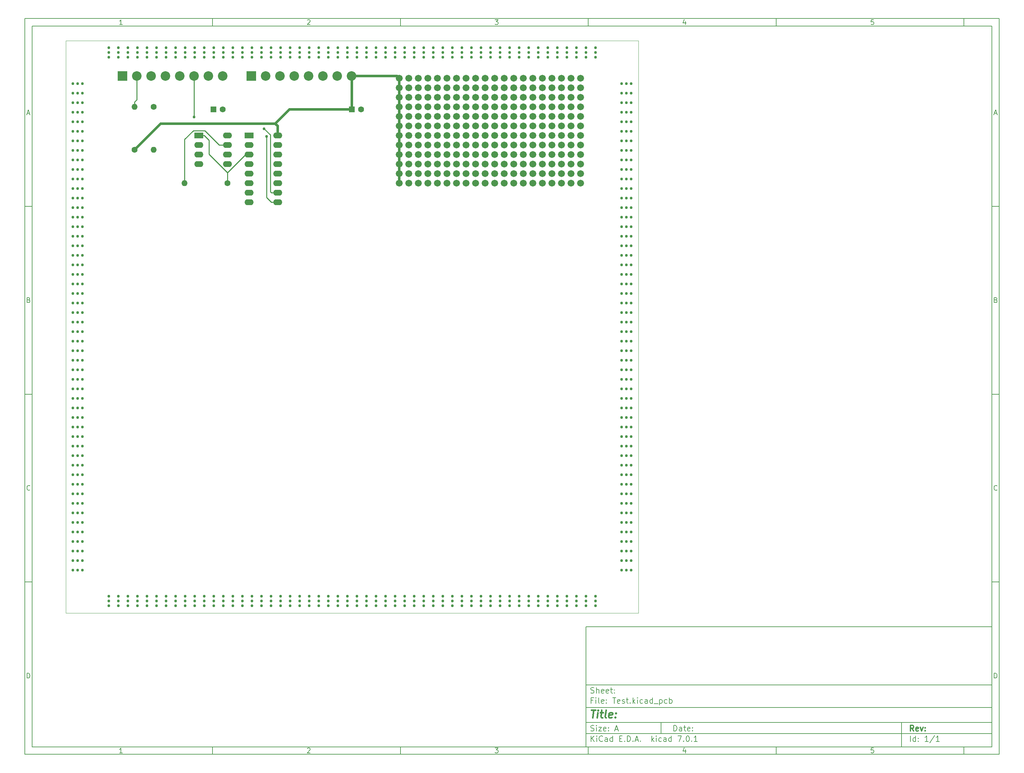
<source format=gbr>
%TF.GenerationSoftware,KiCad,Pcbnew,7.0.1*%
%TF.CreationDate,2023-03-26T09:27:21-05:00*%
%TF.ProjectId,Test,54657374-2e6b-4696-9361-645f70636258,rev?*%
%TF.SameCoordinates,Original*%
%TF.FileFunction,Copper,L4,Bot*%
%TF.FilePolarity,Positive*%
%FSLAX46Y46*%
G04 Gerber Fmt 4.6, Leading zero omitted, Abs format (unit mm)*
G04 Created by KiCad (PCBNEW 7.0.1) date 2023-03-26 09:27:21*
%MOMM*%
%LPD*%
G01*
G04 APERTURE LIST*
%ADD10C,0.100000*%
%ADD11C,0.150000*%
%ADD12C,0.300000*%
%ADD13C,0.400000*%
%TA.AperFunction,ComponentPad*%
%ADD14R,2.400000X1.600000*%
%TD*%
%TA.AperFunction,ComponentPad*%
%ADD15O,2.400000X1.600000*%
%TD*%
%TA.AperFunction,ComponentPad*%
%ADD16C,1.828800*%
%TD*%
%TA.AperFunction,ComponentPad*%
%ADD17R,2.540000X2.540000*%
%TD*%
%TA.AperFunction,ComponentPad*%
%ADD18C,2.540000*%
%TD*%
%TA.AperFunction,ComponentPad*%
%ADD19C,1.600000*%
%TD*%
%TA.AperFunction,ComponentPad*%
%ADD20O,1.600000X1.600000*%
%TD*%
%TA.AperFunction,ComponentPad*%
%ADD21R,1.600000X1.600000*%
%TD*%
%TA.AperFunction,ViaPad*%
%ADD22C,0.762000*%
%TD*%
%TA.AperFunction,Conductor*%
%ADD23C,0.254000*%
%TD*%
%TA.AperFunction,Conductor*%
%ADD24C,0.635000*%
%TD*%
%TA.AperFunction,Profile*%
%ADD25C,0.100000*%
%TD*%
G04 APERTURE END LIST*
D10*
D11*
X159400000Y-171900000D02*
X267400000Y-171900000D01*
X267400000Y-203900000D01*
X159400000Y-203900000D01*
X159400000Y-171900000D01*
D10*
D11*
X10000000Y-10000000D02*
X269400000Y-10000000D01*
X269400000Y-205900000D01*
X10000000Y-205900000D01*
X10000000Y-10000000D01*
D10*
D11*
X12000000Y-12000000D02*
X267400000Y-12000000D01*
X267400000Y-203900000D01*
X12000000Y-203900000D01*
X12000000Y-12000000D01*
D10*
D11*
X60000000Y-12000000D02*
X60000000Y-10000000D01*
D10*
D11*
X110000000Y-12000000D02*
X110000000Y-10000000D01*
D10*
D11*
X160000000Y-12000000D02*
X160000000Y-10000000D01*
D10*
D11*
X210000000Y-12000000D02*
X210000000Y-10000000D01*
D10*
D11*
X260000000Y-12000000D02*
X260000000Y-10000000D01*
D10*
D11*
X35990476Y-11601404D02*
X35247619Y-11601404D01*
X35619047Y-11601404D02*
X35619047Y-10301404D01*
X35619047Y-10301404D02*
X35495238Y-10487119D01*
X35495238Y-10487119D02*
X35371428Y-10610928D01*
X35371428Y-10610928D02*
X35247619Y-10672833D01*
D10*
D11*
X85247619Y-10425214D02*
X85309523Y-10363309D01*
X85309523Y-10363309D02*
X85433333Y-10301404D01*
X85433333Y-10301404D02*
X85742857Y-10301404D01*
X85742857Y-10301404D02*
X85866666Y-10363309D01*
X85866666Y-10363309D02*
X85928571Y-10425214D01*
X85928571Y-10425214D02*
X85990476Y-10549023D01*
X85990476Y-10549023D02*
X85990476Y-10672833D01*
X85990476Y-10672833D02*
X85928571Y-10858547D01*
X85928571Y-10858547D02*
X85185714Y-11601404D01*
X85185714Y-11601404D02*
X85990476Y-11601404D01*
D10*
D11*
X135185714Y-10301404D02*
X135990476Y-10301404D01*
X135990476Y-10301404D02*
X135557142Y-10796642D01*
X135557142Y-10796642D02*
X135742857Y-10796642D01*
X135742857Y-10796642D02*
X135866666Y-10858547D01*
X135866666Y-10858547D02*
X135928571Y-10920452D01*
X135928571Y-10920452D02*
X135990476Y-11044261D01*
X135990476Y-11044261D02*
X135990476Y-11353785D01*
X135990476Y-11353785D02*
X135928571Y-11477595D01*
X135928571Y-11477595D02*
X135866666Y-11539500D01*
X135866666Y-11539500D02*
X135742857Y-11601404D01*
X135742857Y-11601404D02*
X135371428Y-11601404D01*
X135371428Y-11601404D02*
X135247619Y-11539500D01*
X135247619Y-11539500D02*
X135185714Y-11477595D01*
D10*
D11*
X185866666Y-10734738D02*
X185866666Y-11601404D01*
X185557142Y-10239500D02*
X185247619Y-11168071D01*
X185247619Y-11168071D02*
X186052380Y-11168071D01*
D10*
D11*
X235928571Y-10301404D02*
X235309523Y-10301404D01*
X235309523Y-10301404D02*
X235247619Y-10920452D01*
X235247619Y-10920452D02*
X235309523Y-10858547D01*
X235309523Y-10858547D02*
X235433333Y-10796642D01*
X235433333Y-10796642D02*
X235742857Y-10796642D01*
X235742857Y-10796642D02*
X235866666Y-10858547D01*
X235866666Y-10858547D02*
X235928571Y-10920452D01*
X235928571Y-10920452D02*
X235990476Y-11044261D01*
X235990476Y-11044261D02*
X235990476Y-11353785D01*
X235990476Y-11353785D02*
X235928571Y-11477595D01*
X235928571Y-11477595D02*
X235866666Y-11539500D01*
X235866666Y-11539500D02*
X235742857Y-11601404D01*
X235742857Y-11601404D02*
X235433333Y-11601404D01*
X235433333Y-11601404D02*
X235309523Y-11539500D01*
X235309523Y-11539500D02*
X235247619Y-11477595D01*
D10*
D11*
X60000000Y-203900000D02*
X60000000Y-205900000D01*
D10*
D11*
X110000000Y-203900000D02*
X110000000Y-205900000D01*
D10*
D11*
X160000000Y-203900000D02*
X160000000Y-205900000D01*
D10*
D11*
X210000000Y-203900000D02*
X210000000Y-205900000D01*
D10*
D11*
X260000000Y-203900000D02*
X260000000Y-205900000D01*
D10*
D11*
X35990476Y-205501404D02*
X35247619Y-205501404D01*
X35619047Y-205501404D02*
X35619047Y-204201404D01*
X35619047Y-204201404D02*
X35495238Y-204387119D01*
X35495238Y-204387119D02*
X35371428Y-204510928D01*
X35371428Y-204510928D02*
X35247619Y-204572833D01*
D10*
D11*
X85247619Y-204325214D02*
X85309523Y-204263309D01*
X85309523Y-204263309D02*
X85433333Y-204201404D01*
X85433333Y-204201404D02*
X85742857Y-204201404D01*
X85742857Y-204201404D02*
X85866666Y-204263309D01*
X85866666Y-204263309D02*
X85928571Y-204325214D01*
X85928571Y-204325214D02*
X85990476Y-204449023D01*
X85990476Y-204449023D02*
X85990476Y-204572833D01*
X85990476Y-204572833D02*
X85928571Y-204758547D01*
X85928571Y-204758547D02*
X85185714Y-205501404D01*
X85185714Y-205501404D02*
X85990476Y-205501404D01*
D10*
D11*
X135185714Y-204201404D02*
X135990476Y-204201404D01*
X135990476Y-204201404D02*
X135557142Y-204696642D01*
X135557142Y-204696642D02*
X135742857Y-204696642D01*
X135742857Y-204696642D02*
X135866666Y-204758547D01*
X135866666Y-204758547D02*
X135928571Y-204820452D01*
X135928571Y-204820452D02*
X135990476Y-204944261D01*
X135990476Y-204944261D02*
X135990476Y-205253785D01*
X135990476Y-205253785D02*
X135928571Y-205377595D01*
X135928571Y-205377595D02*
X135866666Y-205439500D01*
X135866666Y-205439500D02*
X135742857Y-205501404D01*
X135742857Y-205501404D02*
X135371428Y-205501404D01*
X135371428Y-205501404D02*
X135247619Y-205439500D01*
X135247619Y-205439500D02*
X135185714Y-205377595D01*
D10*
D11*
X185866666Y-204634738D02*
X185866666Y-205501404D01*
X185557142Y-204139500D02*
X185247619Y-205068071D01*
X185247619Y-205068071D02*
X186052380Y-205068071D01*
D10*
D11*
X235928571Y-204201404D02*
X235309523Y-204201404D01*
X235309523Y-204201404D02*
X235247619Y-204820452D01*
X235247619Y-204820452D02*
X235309523Y-204758547D01*
X235309523Y-204758547D02*
X235433333Y-204696642D01*
X235433333Y-204696642D02*
X235742857Y-204696642D01*
X235742857Y-204696642D02*
X235866666Y-204758547D01*
X235866666Y-204758547D02*
X235928571Y-204820452D01*
X235928571Y-204820452D02*
X235990476Y-204944261D01*
X235990476Y-204944261D02*
X235990476Y-205253785D01*
X235990476Y-205253785D02*
X235928571Y-205377595D01*
X235928571Y-205377595D02*
X235866666Y-205439500D01*
X235866666Y-205439500D02*
X235742857Y-205501404D01*
X235742857Y-205501404D02*
X235433333Y-205501404D01*
X235433333Y-205501404D02*
X235309523Y-205439500D01*
X235309523Y-205439500D02*
X235247619Y-205377595D01*
D10*
D11*
X10000000Y-60000000D02*
X12000000Y-60000000D01*
D10*
D11*
X10000000Y-110000000D02*
X12000000Y-110000000D01*
D10*
D11*
X10000000Y-160000000D02*
X12000000Y-160000000D01*
D10*
D11*
X10690476Y-35229976D02*
X11309523Y-35229976D01*
X10566666Y-35601404D02*
X10999999Y-34301404D01*
X10999999Y-34301404D02*
X11433333Y-35601404D01*
D10*
D11*
X11092857Y-84920452D02*
X11278571Y-84982357D01*
X11278571Y-84982357D02*
X11340476Y-85044261D01*
X11340476Y-85044261D02*
X11402380Y-85168071D01*
X11402380Y-85168071D02*
X11402380Y-85353785D01*
X11402380Y-85353785D02*
X11340476Y-85477595D01*
X11340476Y-85477595D02*
X11278571Y-85539500D01*
X11278571Y-85539500D02*
X11154761Y-85601404D01*
X11154761Y-85601404D02*
X10659523Y-85601404D01*
X10659523Y-85601404D02*
X10659523Y-84301404D01*
X10659523Y-84301404D02*
X11092857Y-84301404D01*
X11092857Y-84301404D02*
X11216666Y-84363309D01*
X11216666Y-84363309D02*
X11278571Y-84425214D01*
X11278571Y-84425214D02*
X11340476Y-84549023D01*
X11340476Y-84549023D02*
X11340476Y-84672833D01*
X11340476Y-84672833D02*
X11278571Y-84796642D01*
X11278571Y-84796642D02*
X11216666Y-84858547D01*
X11216666Y-84858547D02*
X11092857Y-84920452D01*
X11092857Y-84920452D02*
X10659523Y-84920452D01*
D10*
D11*
X11402380Y-135477595D02*
X11340476Y-135539500D01*
X11340476Y-135539500D02*
X11154761Y-135601404D01*
X11154761Y-135601404D02*
X11030952Y-135601404D01*
X11030952Y-135601404D02*
X10845238Y-135539500D01*
X10845238Y-135539500D02*
X10721428Y-135415690D01*
X10721428Y-135415690D02*
X10659523Y-135291880D01*
X10659523Y-135291880D02*
X10597619Y-135044261D01*
X10597619Y-135044261D02*
X10597619Y-134858547D01*
X10597619Y-134858547D02*
X10659523Y-134610928D01*
X10659523Y-134610928D02*
X10721428Y-134487119D01*
X10721428Y-134487119D02*
X10845238Y-134363309D01*
X10845238Y-134363309D02*
X11030952Y-134301404D01*
X11030952Y-134301404D02*
X11154761Y-134301404D01*
X11154761Y-134301404D02*
X11340476Y-134363309D01*
X11340476Y-134363309D02*
X11402380Y-134425214D01*
D10*
D11*
X10659523Y-185601404D02*
X10659523Y-184301404D01*
X10659523Y-184301404D02*
X10969047Y-184301404D01*
X10969047Y-184301404D02*
X11154761Y-184363309D01*
X11154761Y-184363309D02*
X11278571Y-184487119D01*
X11278571Y-184487119D02*
X11340476Y-184610928D01*
X11340476Y-184610928D02*
X11402380Y-184858547D01*
X11402380Y-184858547D02*
X11402380Y-185044261D01*
X11402380Y-185044261D02*
X11340476Y-185291880D01*
X11340476Y-185291880D02*
X11278571Y-185415690D01*
X11278571Y-185415690D02*
X11154761Y-185539500D01*
X11154761Y-185539500D02*
X10969047Y-185601404D01*
X10969047Y-185601404D02*
X10659523Y-185601404D01*
D10*
D11*
X269400000Y-60000000D02*
X267400000Y-60000000D01*
D10*
D11*
X269400000Y-110000000D02*
X267400000Y-110000000D01*
D10*
D11*
X269400000Y-160000000D02*
X267400000Y-160000000D01*
D10*
D11*
X268090476Y-35229976D02*
X268709523Y-35229976D01*
X267966666Y-35601404D02*
X268399999Y-34301404D01*
X268399999Y-34301404D02*
X268833333Y-35601404D01*
D10*
D11*
X268492857Y-84920452D02*
X268678571Y-84982357D01*
X268678571Y-84982357D02*
X268740476Y-85044261D01*
X268740476Y-85044261D02*
X268802380Y-85168071D01*
X268802380Y-85168071D02*
X268802380Y-85353785D01*
X268802380Y-85353785D02*
X268740476Y-85477595D01*
X268740476Y-85477595D02*
X268678571Y-85539500D01*
X268678571Y-85539500D02*
X268554761Y-85601404D01*
X268554761Y-85601404D02*
X268059523Y-85601404D01*
X268059523Y-85601404D02*
X268059523Y-84301404D01*
X268059523Y-84301404D02*
X268492857Y-84301404D01*
X268492857Y-84301404D02*
X268616666Y-84363309D01*
X268616666Y-84363309D02*
X268678571Y-84425214D01*
X268678571Y-84425214D02*
X268740476Y-84549023D01*
X268740476Y-84549023D02*
X268740476Y-84672833D01*
X268740476Y-84672833D02*
X268678571Y-84796642D01*
X268678571Y-84796642D02*
X268616666Y-84858547D01*
X268616666Y-84858547D02*
X268492857Y-84920452D01*
X268492857Y-84920452D02*
X268059523Y-84920452D01*
D10*
D11*
X268802380Y-135477595D02*
X268740476Y-135539500D01*
X268740476Y-135539500D02*
X268554761Y-135601404D01*
X268554761Y-135601404D02*
X268430952Y-135601404D01*
X268430952Y-135601404D02*
X268245238Y-135539500D01*
X268245238Y-135539500D02*
X268121428Y-135415690D01*
X268121428Y-135415690D02*
X268059523Y-135291880D01*
X268059523Y-135291880D02*
X267997619Y-135044261D01*
X267997619Y-135044261D02*
X267997619Y-134858547D01*
X267997619Y-134858547D02*
X268059523Y-134610928D01*
X268059523Y-134610928D02*
X268121428Y-134487119D01*
X268121428Y-134487119D02*
X268245238Y-134363309D01*
X268245238Y-134363309D02*
X268430952Y-134301404D01*
X268430952Y-134301404D02*
X268554761Y-134301404D01*
X268554761Y-134301404D02*
X268740476Y-134363309D01*
X268740476Y-134363309D02*
X268802380Y-134425214D01*
D10*
D11*
X268059523Y-185601404D02*
X268059523Y-184301404D01*
X268059523Y-184301404D02*
X268369047Y-184301404D01*
X268369047Y-184301404D02*
X268554761Y-184363309D01*
X268554761Y-184363309D02*
X268678571Y-184487119D01*
X268678571Y-184487119D02*
X268740476Y-184610928D01*
X268740476Y-184610928D02*
X268802380Y-184858547D01*
X268802380Y-184858547D02*
X268802380Y-185044261D01*
X268802380Y-185044261D02*
X268740476Y-185291880D01*
X268740476Y-185291880D02*
X268678571Y-185415690D01*
X268678571Y-185415690D02*
X268554761Y-185539500D01*
X268554761Y-185539500D02*
X268369047Y-185601404D01*
X268369047Y-185601404D02*
X268059523Y-185601404D01*
D10*
D11*
X182757142Y-199693928D02*
X182757142Y-198193928D01*
X182757142Y-198193928D02*
X183114285Y-198193928D01*
X183114285Y-198193928D02*
X183328571Y-198265357D01*
X183328571Y-198265357D02*
X183471428Y-198408214D01*
X183471428Y-198408214D02*
X183542857Y-198551071D01*
X183542857Y-198551071D02*
X183614285Y-198836785D01*
X183614285Y-198836785D02*
X183614285Y-199051071D01*
X183614285Y-199051071D02*
X183542857Y-199336785D01*
X183542857Y-199336785D02*
X183471428Y-199479642D01*
X183471428Y-199479642D02*
X183328571Y-199622500D01*
X183328571Y-199622500D02*
X183114285Y-199693928D01*
X183114285Y-199693928D02*
X182757142Y-199693928D01*
X184900000Y-199693928D02*
X184900000Y-198908214D01*
X184900000Y-198908214D02*
X184828571Y-198765357D01*
X184828571Y-198765357D02*
X184685714Y-198693928D01*
X184685714Y-198693928D02*
X184400000Y-198693928D01*
X184400000Y-198693928D02*
X184257142Y-198765357D01*
X184900000Y-199622500D02*
X184757142Y-199693928D01*
X184757142Y-199693928D02*
X184400000Y-199693928D01*
X184400000Y-199693928D02*
X184257142Y-199622500D01*
X184257142Y-199622500D02*
X184185714Y-199479642D01*
X184185714Y-199479642D02*
X184185714Y-199336785D01*
X184185714Y-199336785D02*
X184257142Y-199193928D01*
X184257142Y-199193928D02*
X184400000Y-199122500D01*
X184400000Y-199122500D02*
X184757142Y-199122500D01*
X184757142Y-199122500D02*
X184900000Y-199051071D01*
X185400000Y-198693928D02*
X185971428Y-198693928D01*
X185614285Y-198193928D02*
X185614285Y-199479642D01*
X185614285Y-199479642D02*
X185685714Y-199622500D01*
X185685714Y-199622500D02*
X185828571Y-199693928D01*
X185828571Y-199693928D02*
X185971428Y-199693928D01*
X187042857Y-199622500D02*
X186900000Y-199693928D01*
X186900000Y-199693928D02*
X186614286Y-199693928D01*
X186614286Y-199693928D02*
X186471428Y-199622500D01*
X186471428Y-199622500D02*
X186400000Y-199479642D01*
X186400000Y-199479642D02*
X186400000Y-198908214D01*
X186400000Y-198908214D02*
X186471428Y-198765357D01*
X186471428Y-198765357D02*
X186614286Y-198693928D01*
X186614286Y-198693928D02*
X186900000Y-198693928D01*
X186900000Y-198693928D02*
X187042857Y-198765357D01*
X187042857Y-198765357D02*
X187114286Y-198908214D01*
X187114286Y-198908214D02*
X187114286Y-199051071D01*
X187114286Y-199051071D02*
X186400000Y-199193928D01*
X187757142Y-199551071D02*
X187828571Y-199622500D01*
X187828571Y-199622500D02*
X187757142Y-199693928D01*
X187757142Y-199693928D02*
X187685714Y-199622500D01*
X187685714Y-199622500D02*
X187757142Y-199551071D01*
X187757142Y-199551071D02*
X187757142Y-199693928D01*
X187757142Y-198765357D02*
X187828571Y-198836785D01*
X187828571Y-198836785D02*
X187757142Y-198908214D01*
X187757142Y-198908214D02*
X187685714Y-198836785D01*
X187685714Y-198836785D02*
X187757142Y-198765357D01*
X187757142Y-198765357D02*
X187757142Y-198908214D01*
D10*
D11*
X159400000Y-200400000D02*
X267400000Y-200400000D01*
D10*
D11*
X160757142Y-202493928D02*
X160757142Y-200993928D01*
X161614285Y-202493928D02*
X160971428Y-201636785D01*
X161614285Y-200993928D02*
X160757142Y-201851071D01*
X162257142Y-202493928D02*
X162257142Y-201493928D01*
X162257142Y-200993928D02*
X162185714Y-201065357D01*
X162185714Y-201065357D02*
X162257142Y-201136785D01*
X162257142Y-201136785D02*
X162328571Y-201065357D01*
X162328571Y-201065357D02*
X162257142Y-200993928D01*
X162257142Y-200993928D02*
X162257142Y-201136785D01*
X163828571Y-202351071D02*
X163757143Y-202422500D01*
X163757143Y-202422500D02*
X163542857Y-202493928D01*
X163542857Y-202493928D02*
X163400000Y-202493928D01*
X163400000Y-202493928D02*
X163185714Y-202422500D01*
X163185714Y-202422500D02*
X163042857Y-202279642D01*
X163042857Y-202279642D02*
X162971428Y-202136785D01*
X162971428Y-202136785D02*
X162900000Y-201851071D01*
X162900000Y-201851071D02*
X162900000Y-201636785D01*
X162900000Y-201636785D02*
X162971428Y-201351071D01*
X162971428Y-201351071D02*
X163042857Y-201208214D01*
X163042857Y-201208214D02*
X163185714Y-201065357D01*
X163185714Y-201065357D02*
X163400000Y-200993928D01*
X163400000Y-200993928D02*
X163542857Y-200993928D01*
X163542857Y-200993928D02*
X163757143Y-201065357D01*
X163757143Y-201065357D02*
X163828571Y-201136785D01*
X165114286Y-202493928D02*
X165114286Y-201708214D01*
X165114286Y-201708214D02*
X165042857Y-201565357D01*
X165042857Y-201565357D02*
X164900000Y-201493928D01*
X164900000Y-201493928D02*
X164614286Y-201493928D01*
X164614286Y-201493928D02*
X164471428Y-201565357D01*
X165114286Y-202422500D02*
X164971428Y-202493928D01*
X164971428Y-202493928D02*
X164614286Y-202493928D01*
X164614286Y-202493928D02*
X164471428Y-202422500D01*
X164471428Y-202422500D02*
X164400000Y-202279642D01*
X164400000Y-202279642D02*
X164400000Y-202136785D01*
X164400000Y-202136785D02*
X164471428Y-201993928D01*
X164471428Y-201993928D02*
X164614286Y-201922500D01*
X164614286Y-201922500D02*
X164971428Y-201922500D01*
X164971428Y-201922500D02*
X165114286Y-201851071D01*
X166471429Y-202493928D02*
X166471429Y-200993928D01*
X166471429Y-202422500D02*
X166328571Y-202493928D01*
X166328571Y-202493928D02*
X166042857Y-202493928D01*
X166042857Y-202493928D02*
X165900000Y-202422500D01*
X165900000Y-202422500D02*
X165828571Y-202351071D01*
X165828571Y-202351071D02*
X165757143Y-202208214D01*
X165757143Y-202208214D02*
X165757143Y-201779642D01*
X165757143Y-201779642D02*
X165828571Y-201636785D01*
X165828571Y-201636785D02*
X165900000Y-201565357D01*
X165900000Y-201565357D02*
X166042857Y-201493928D01*
X166042857Y-201493928D02*
X166328571Y-201493928D01*
X166328571Y-201493928D02*
X166471429Y-201565357D01*
X168328571Y-201708214D02*
X168828571Y-201708214D01*
X169042857Y-202493928D02*
X168328571Y-202493928D01*
X168328571Y-202493928D02*
X168328571Y-200993928D01*
X168328571Y-200993928D02*
X169042857Y-200993928D01*
X169685714Y-202351071D02*
X169757143Y-202422500D01*
X169757143Y-202422500D02*
X169685714Y-202493928D01*
X169685714Y-202493928D02*
X169614286Y-202422500D01*
X169614286Y-202422500D02*
X169685714Y-202351071D01*
X169685714Y-202351071D02*
X169685714Y-202493928D01*
X170400000Y-202493928D02*
X170400000Y-200993928D01*
X170400000Y-200993928D02*
X170757143Y-200993928D01*
X170757143Y-200993928D02*
X170971429Y-201065357D01*
X170971429Y-201065357D02*
X171114286Y-201208214D01*
X171114286Y-201208214D02*
X171185715Y-201351071D01*
X171185715Y-201351071D02*
X171257143Y-201636785D01*
X171257143Y-201636785D02*
X171257143Y-201851071D01*
X171257143Y-201851071D02*
X171185715Y-202136785D01*
X171185715Y-202136785D02*
X171114286Y-202279642D01*
X171114286Y-202279642D02*
X170971429Y-202422500D01*
X170971429Y-202422500D02*
X170757143Y-202493928D01*
X170757143Y-202493928D02*
X170400000Y-202493928D01*
X171900000Y-202351071D02*
X171971429Y-202422500D01*
X171971429Y-202422500D02*
X171900000Y-202493928D01*
X171900000Y-202493928D02*
X171828572Y-202422500D01*
X171828572Y-202422500D02*
X171900000Y-202351071D01*
X171900000Y-202351071D02*
X171900000Y-202493928D01*
X172542858Y-202065357D02*
X173257144Y-202065357D01*
X172400001Y-202493928D02*
X172900001Y-200993928D01*
X172900001Y-200993928D02*
X173400001Y-202493928D01*
X173900000Y-202351071D02*
X173971429Y-202422500D01*
X173971429Y-202422500D02*
X173900000Y-202493928D01*
X173900000Y-202493928D02*
X173828572Y-202422500D01*
X173828572Y-202422500D02*
X173900000Y-202351071D01*
X173900000Y-202351071D02*
X173900000Y-202493928D01*
X176900000Y-202493928D02*
X176900000Y-200993928D01*
X177042858Y-201922500D02*
X177471429Y-202493928D01*
X177471429Y-201493928D02*
X176900000Y-202065357D01*
X178114286Y-202493928D02*
X178114286Y-201493928D01*
X178114286Y-200993928D02*
X178042858Y-201065357D01*
X178042858Y-201065357D02*
X178114286Y-201136785D01*
X178114286Y-201136785D02*
X178185715Y-201065357D01*
X178185715Y-201065357D02*
X178114286Y-200993928D01*
X178114286Y-200993928D02*
X178114286Y-201136785D01*
X179471430Y-202422500D02*
X179328572Y-202493928D01*
X179328572Y-202493928D02*
X179042858Y-202493928D01*
X179042858Y-202493928D02*
X178900001Y-202422500D01*
X178900001Y-202422500D02*
X178828572Y-202351071D01*
X178828572Y-202351071D02*
X178757144Y-202208214D01*
X178757144Y-202208214D02*
X178757144Y-201779642D01*
X178757144Y-201779642D02*
X178828572Y-201636785D01*
X178828572Y-201636785D02*
X178900001Y-201565357D01*
X178900001Y-201565357D02*
X179042858Y-201493928D01*
X179042858Y-201493928D02*
X179328572Y-201493928D01*
X179328572Y-201493928D02*
X179471430Y-201565357D01*
X180757144Y-202493928D02*
X180757144Y-201708214D01*
X180757144Y-201708214D02*
X180685715Y-201565357D01*
X180685715Y-201565357D02*
X180542858Y-201493928D01*
X180542858Y-201493928D02*
X180257144Y-201493928D01*
X180257144Y-201493928D02*
X180114286Y-201565357D01*
X180757144Y-202422500D02*
X180614286Y-202493928D01*
X180614286Y-202493928D02*
X180257144Y-202493928D01*
X180257144Y-202493928D02*
X180114286Y-202422500D01*
X180114286Y-202422500D02*
X180042858Y-202279642D01*
X180042858Y-202279642D02*
X180042858Y-202136785D01*
X180042858Y-202136785D02*
X180114286Y-201993928D01*
X180114286Y-201993928D02*
X180257144Y-201922500D01*
X180257144Y-201922500D02*
X180614286Y-201922500D01*
X180614286Y-201922500D02*
X180757144Y-201851071D01*
X182114287Y-202493928D02*
X182114287Y-200993928D01*
X182114287Y-202422500D02*
X181971429Y-202493928D01*
X181971429Y-202493928D02*
X181685715Y-202493928D01*
X181685715Y-202493928D02*
X181542858Y-202422500D01*
X181542858Y-202422500D02*
X181471429Y-202351071D01*
X181471429Y-202351071D02*
X181400001Y-202208214D01*
X181400001Y-202208214D02*
X181400001Y-201779642D01*
X181400001Y-201779642D02*
X181471429Y-201636785D01*
X181471429Y-201636785D02*
X181542858Y-201565357D01*
X181542858Y-201565357D02*
X181685715Y-201493928D01*
X181685715Y-201493928D02*
X181971429Y-201493928D01*
X181971429Y-201493928D02*
X182114287Y-201565357D01*
X183828572Y-200993928D02*
X184828572Y-200993928D01*
X184828572Y-200993928D02*
X184185715Y-202493928D01*
X185400000Y-202351071D02*
X185471429Y-202422500D01*
X185471429Y-202422500D02*
X185400000Y-202493928D01*
X185400000Y-202493928D02*
X185328572Y-202422500D01*
X185328572Y-202422500D02*
X185400000Y-202351071D01*
X185400000Y-202351071D02*
X185400000Y-202493928D01*
X186400001Y-200993928D02*
X186542858Y-200993928D01*
X186542858Y-200993928D02*
X186685715Y-201065357D01*
X186685715Y-201065357D02*
X186757144Y-201136785D01*
X186757144Y-201136785D02*
X186828572Y-201279642D01*
X186828572Y-201279642D02*
X186900001Y-201565357D01*
X186900001Y-201565357D02*
X186900001Y-201922500D01*
X186900001Y-201922500D02*
X186828572Y-202208214D01*
X186828572Y-202208214D02*
X186757144Y-202351071D01*
X186757144Y-202351071D02*
X186685715Y-202422500D01*
X186685715Y-202422500D02*
X186542858Y-202493928D01*
X186542858Y-202493928D02*
X186400001Y-202493928D01*
X186400001Y-202493928D02*
X186257144Y-202422500D01*
X186257144Y-202422500D02*
X186185715Y-202351071D01*
X186185715Y-202351071D02*
X186114286Y-202208214D01*
X186114286Y-202208214D02*
X186042858Y-201922500D01*
X186042858Y-201922500D02*
X186042858Y-201565357D01*
X186042858Y-201565357D02*
X186114286Y-201279642D01*
X186114286Y-201279642D02*
X186185715Y-201136785D01*
X186185715Y-201136785D02*
X186257144Y-201065357D01*
X186257144Y-201065357D02*
X186400001Y-200993928D01*
X187542857Y-202351071D02*
X187614286Y-202422500D01*
X187614286Y-202422500D02*
X187542857Y-202493928D01*
X187542857Y-202493928D02*
X187471429Y-202422500D01*
X187471429Y-202422500D02*
X187542857Y-202351071D01*
X187542857Y-202351071D02*
X187542857Y-202493928D01*
X189042858Y-202493928D02*
X188185715Y-202493928D01*
X188614286Y-202493928D02*
X188614286Y-200993928D01*
X188614286Y-200993928D02*
X188471429Y-201208214D01*
X188471429Y-201208214D02*
X188328572Y-201351071D01*
X188328572Y-201351071D02*
X188185715Y-201422500D01*
D10*
D11*
X159400000Y-197400000D02*
X267400000Y-197400000D01*
D10*
D12*
X246614285Y-199693928D02*
X246114285Y-198979642D01*
X245757142Y-199693928D02*
X245757142Y-198193928D01*
X245757142Y-198193928D02*
X246328571Y-198193928D01*
X246328571Y-198193928D02*
X246471428Y-198265357D01*
X246471428Y-198265357D02*
X246542857Y-198336785D01*
X246542857Y-198336785D02*
X246614285Y-198479642D01*
X246614285Y-198479642D02*
X246614285Y-198693928D01*
X246614285Y-198693928D02*
X246542857Y-198836785D01*
X246542857Y-198836785D02*
X246471428Y-198908214D01*
X246471428Y-198908214D02*
X246328571Y-198979642D01*
X246328571Y-198979642D02*
X245757142Y-198979642D01*
X247828571Y-199622500D02*
X247685714Y-199693928D01*
X247685714Y-199693928D02*
X247400000Y-199693928D01*
X247400000Y-199693928D02*
X247257142Y-199622500D01*
X247257142Y-199622500D02*
X247185714Y-199479642D01*
X247185714Y-199479642D02*
X247185714Y-198908214D01*
X247185714Y-198908214D02*
X247257142Y-198765357D01*
X247257142Y-198765357D02*
X247400000Y-198693928D01*
X247400000Y-198693928D02*
X247685714Y-198693928D01*
X247685714Y-198693928D02*
X247828571Y-198765357D01*
X247828571Y-198765357D02*
X247900000Y-198908214D01*
X247900000Y-198908214D02*
X247900000Y-199051071D01*
X247900000Y-199051071D02*
X247185714Y-199193928D01*
X248399999Y-198693928D02*
X248757142Y-199693928D01*
X248757142Y-199693928D02*
X249114285Y-198693928D01*
X249685713Y-199551071D02*
X249757142Y-199622500D01*
X249757142Y-199622500D02*
X249685713Y-199693928D01*
X249685713Y-199693928D02*
X249614285Y-199622500D01*
X249614285Y-199622500D02*
X249685713Y-199551071D01*
X249685713Y-199551071D02*
X249685713Y-199693928D01*
X249685713Y-198765357D02*
X249757142Y-198836785D01*
X249757142Y-198836785D02*
X249685713Y-198908214D01*
X249685713Y-198908214D02*
X249614285Y-198836785D01*
X249614285Y-198836785D02*
X249685713Y-198765357D01*
X249685713Y-198765357D02*
X249685713Y-198908214D01*
D10*
D11*
X160685714Y-199622500D02*
X160900000Y-199693928D01*
X160900000Y-199693928D02*
X161257142Y-199693928D01*
X161257142Y-199693928D02*
X161400000Y-199622500D01*
X161400000Y-199622500D02*
X161471428Y-199551071D01*
X161471428Y-199551071D02*
X161542857Y-199408214D01*
X161542857Y-199408214D02*
X161542857Y-199265357D01*
X161542857Y-199265357D02*
X161471428Y-199122500D01*
X161471428Y-199122500D02*
X161400000Y-199051071D01*
X161400000Y-199051071D02*
X161257142Y-198979642D01*
X161257142Y-198979642D02*
X160971428Y-198908214D01*
X160971428Y-198908214D02*
X160828571Y-198836785D01*
X160828571Y-198836785D02*
X160757142Y-198765357D01*
X160757142Y-198765357D02*
X160685714Y-198622500D01*
X160685714Y-198622500D02*
X160685714Y-198479642D01*
X160685714Y-198479642D02*
X160757142Y-198336785D01*
X160757142Y-198336785D02*
X160828571Y-198265357D01*
X160828571Y-198265357D02*
X160971428Y-198193928D01*
X160971428Y-198193928D02*
X161328571Y-198193928D01*
X161328571Y-198193928D02*
X161542857Y-198265357D01*
X162185713Y-199693928D02*
X162185713Y-198693928D01*
X162185713Y-198193928D02*
X162114285Y-198265357D01*
X162114285Y-198265357D02*
X162185713Y-198336785D01*
X162185713Y-198336785D02*
X162257142Y-198265357D01*
X162257142Y-198265357D02*
X162185713Y-198193928D01*
X162185713Y-198193928D02*
X162185713Y-198336785D01*
X162757142Y-198693928D02*
X163542857Y-198693928D01*
X163542857Y-198693928D02*
X162757142Y-199693928D01*
X162757142Y-199693928D02*
X163542857Y-199693928D01*
X164685714Y-199622500D02*
X164542857Y-199693928D01*
X164542857Y-199693928D02*
X164257143Y-199693928D01*
X164257143Y-199693928D02*
X164114285Y-199622500D01*
X164114285Y-199622500D02*
X164042857Y-199479642D01*
X164042857Y-199479642D02*
X164042857Y-198908214D01*
X164042857Y-198908214D02*
X164114285Y-198765357D01*
X164114285Y-198765357D02*
X164257143Y-198693928D01*
X164257143Y-198693928D02*
X164542857Y-198693928D01*
X164542857Y-198693928D02*
X164685714Y-198765357D01*
X164685714Y-198765357D02*
X164757143Y-198908214D01*
X164757143Y-198908214D02*
X164757143Y-199051071D01*
X164757143Y-199051071D02*
X164042857Y-199193928D01*
X165399999Y-199551071D02*
X165471428Y-199622500D01*
X165471428Y-199622500D02*
X165399999Y-199693928D01*
X165399999Y-199693928D02*
X165328571Y-199622500D01*
X165328571Y-199622500D02*
X165399999Y-199551071D01*
X165399999Y-199551071D02*
X165399999Y-199693928D01*
X165399999Y-198765357D02*
X165471428Y-198836785D01*
X165471428Y-198836785D02*
X165399999Y-198908214D01*
X165399999Y-198908214D02*
X165328571Y-198836785D01*
X165328571Y-198836785D02*
X165399999Y-198765357D01*
X165399999Y-198765357D02*
X165399999Y-198908214D01*
X167185714Y-199265357D02*
X167900000Y-199265357D01*
X167042857Y-199693928D02*
X167542857Y-198193928D01*
X167542857Y-198193928D02*
X168042857Y-199693928D01*
D10*
D11*
X245757142Y-202493928D02*
X245757142Y-200993928D01*
X247114286Y-202493928D02*
X247114286Y-200993928D01*
X247114286Y-202422500D02*
X246971428Y-202493928D01*
X246971428Y-202493928D02*
X246685714Y-202493928D01*
X246685714Y-202493928D02*
X246542857Y-202422500D01*
X246542857Y-202422500D02*
X246471428Y-202351071D01*
X246471428Y-202351071D02*
X246400000Y-202208214D01*
X246400000Y-202208214D02*
X246400000Y-201779642D01*
X246400000Y-201779642D02*
X246471428Y-201636785D01*
X246471428Y-201636785D02*
X246542857Y-201565357D01*
X246542857Y-201565357D02*
X246685714Y-201493928D01*
X246685714Y-201493928D02*
X246971428Y-201493928D01*
X246971428Y-201493928D02*
X247114286Y-201565357D01*
X247828571Y-202351071D02*
X247900000Y-202422500D01*
X247900000Y-202422500D02*
X247828571Y-202493928D01*
X247828571Y-202493928D02*
X247757143Y-202422500D01*
X247757143Y-202422500D02*
X247828571Y-202351071D01*
X247828571Y-202351071D02*
X247828571Y-202493928D01*
X247828571Y-201565357D02*
X247900000Y-201636785D01*
X247900000Y-201636785D02*
X247828571Y-201708214D01*
X247828571Y-201708214D02*
X247757143Y-201636785D01*
X247757143Y-201636785D02*
X247828571Y-201565357D01*
X247828571Y-201565357D02*
X247828571Y-201708214D01*
X250471429Y-202493928D02*
X249614286Y-202493928D01*
X250042857Y-202493928D02*
X250042857Y-200993928D01*
X250042857Y-200993928D02*
X249900000Y-201208214D01*
X249900000Y-201208214D02*
X249757143Y-201351071D01*
X249757143Y-201351071D02*
X249614286Y-201422500D01*
X252185714Y-200922500D02*
X250900000Y-202851071D01*
X253471429Y-202493928D02*
X252614286Y-202493928D01*
X253042857Y-202493928D02*
X253042857Y-200993928D01*
X253042857Y-200993928D02*
X252900000Y-201208214D01*
X252900000Y-201208214D02*
X252757143Y-201351071D01*
X252757143Y-201351071D02*
X252614286Y-201422500D01*
D10*
D11*
X159400000Y-193400000D02*
X267400000Y-193400000D01*
D10*
D13*
X160828571Y-194125238D02*
X161971428Y-194125238D01*
X161150000Y-196125238D02*
X161400000Y-194125238D01*
X162376190Y-196125238D02*
X162542857Y-194791904D01*
X162626190Y-194125238D02*
X162519047Y-194220476D01*
X162519047Y-194220476D02*
X162602381Y-194315714D01*
X162602381Y-194315714D02*
X162709524Y-194220476D01*
X162709524Y-194220476D02*
X162626190Y-194125238D01*
X162626190Y-194125238D02*
X162602381Y-194315714D01*
X163197619Y-194791904D02*
X163959523Y-194791904D01*
X163566666Y-194125238D02*
X163352381Y-195839523D01*
X163352381Y-195839523D02*
X163423809Y-196030000D01*
X163423809Y-196030000D02*
X163602381Y-196125238D01*
X163602381Y-196125238D02*
X163792857Y-196125238D01*
X164733333Y-196125238D02*
X164554761Y-196030000D01*
X164554761Y-196030000D02*
X164483333Y-195839523D01*
X164483333Y-195839523D02*
X164697618Y-194125238D01*
X166257142Y-196030000D02*
X166054761Y-196125238D01*
X166054761Y-196125238D02*
X165673808Y-196125238D01*
X165673808Y-196125238D02*
X165495237Y-196030000D01*
X165495237Y-196030000D02*
X165423808Y-195839523D01*
X165423808Y-195839523D02*
X165519047Y-195077619D01*
X165519047Y-195077619D02*
X165638094Y-194887142D01*
X165638094Y-194887142D02*
X165840475Y-194791904D01*
X165840475Y-194791904D02*
X166221427Y-194791904D01*
X166221427Y-194791904D02*
X166399999Y-194887142D01*
X166399999Y-194887142D02*
X166471427Y-195077619D01*
X166471427Y-195077619D02*
X166447618Y-195268095D01*
X166447618Y-195268095D02*
X165471427Y-195458571D01*
X167209523Y-195934761D02*
X167292856Y-196030000D01*
X167292856Y-196030000D02*
X167185713Y-196125238D01*
X167185713Y-196125238D02*
X167102380Y-196030000D01*
X167102380Y-196030000D02*
X167209523Y-195934761D01*
X167209523Y-195934761D02*
X167185713Y-196125238D01*
X167340475Y-194887142D02*
X167423808Y-194982380D01*
X167423808Y-194982380D02*
X167316666Y-195077619D01*
X167316666Y-195077619D02*
X167233332Y-194982380D01*
X167233332Y-194982380D02*
X167340475Y-194887142D01*
X167340475Y-194887142D02*
X167316666Y-195077619D01*
D10*
D11*
X161257142Y-191508214D02*
X160757142Y-191508214D01*
X160757142Y-192293928D02*
X160757142Y-190793928D01*
X160757142Y-190793928D02*
X161471428Y-190793928D01*
X162042856Y-192293928D02*
X162042856Y-191293928D01*
X162042856Y-190793928D02*
X161971428Y-190865357D01*
X161971428Y-190865357D02*
X162042856Y-190936785D01*
X162042856Y-190936785D02*
X162114285Y-190865357D01*
X162114285Y-190865357D02*
X162042856Y-190793928D01*
X162042856Y-190793928D02*
X162042856Y-190936785D01*
X162971428Y-192293928D02*
X162828571Y-192222500D01*
X162828571Y-192222500D02*
X162757142Y-192079642D01*
X162757142Y-192079642D02*
X162757142Y-190793928D01*
X164114285Y-192222500D02*
X163971428Y-192293928D01*
X163971428Y-192293928D02*
X163685714Y-192293928D01*
X163685714Y-192293928D02*
X163542856Y-192222500D01*
X163542856Y-192222500D02*
X163471428Y-192079642D01*
X163471428Y-192079642D02*
X163471428Y-191508214D01*
X163471428Y-191508214D02*
X163542856Y-191365357D01*
X163542856Y-191365357D02*
X163685714Y-191293928D01*
X163685714Y-191293928D02*
X163971428Y-191293928D01*
X163971428Y-191293928D02*
X164114285Y-191365357D01*
X164114285Y-191365357D02*
X164185714Y-191508214D01*
X164185714Y-191508214D02*
X164185714Y-191651071D01*
X164185714Y-191651071D02*
X163471428Y-191793928D01*
X164828570Y-192151071D02*
X164899999Y-192222500D01*
X164899999Y-192222500D02*
X164828570Y-192293928D01*
X164828570Y-192293928D02*
X164757142Y-192222500D01*
X164757142Y-192222500D02*
X164828570Y-192151071D01*
X164828570Y-192151071D02*
X164828570Y-192293928D01*
X164828570Y-191365357D02*
X164899999Y-191436785D01*
X164899999Y-191436785D02*
X164828570Y-191508214D01*
X164828570Y-191508214D02*
X164757142Y-191436785D01*
X164757142Y-191436785D02*
X164828570Y-191365357D01*
X164828570Y-191365357D02*
X164828570Y-191508214D01*
X166471428Y-190793928D02*
X167328571Y-190793928D01*
X166899999Y-192293928D02*
X166899999Y-190793928D01*
X168399999Y-192222500D02*
X168257142Y-192293928D01*
X168257142Y-192293928D02*
X167971428Y-192293928D01*
X167971428Y-192293928D02*
X167828570Y-192222500D01*
X167828570Y-192222500D02*
X167757142Y-192079642D01*
X167757142Y-192079642D02*
X167757142Y-191508214D01*
X167757142Y-191508214D02*
X167828570Y-191365357D01*
X167828570Y-191365357D02*
X167971428Y-191293928D01*
X167971428Y-191293928D02*
X168257142Y-191293928D01*
X168257142Y-191293928D02*
X168399999Y-191365357D01*
X168399999Y-191365357D02*
X168471428Y-191508214D01*
X168471428Y-191508214D02*
X168471428Y-191651071D01*
X168471428Y-191651071D02*
X167757142Y-191793928D01*
X169042856Y-192222500D02*
X169185713Y-192293928D01*
X169185713Y-192293928D02*
X169471427Y-192293928D01*
X169471427Y-192293928D02*
X169614284Y-192222500D01*
X169614284Y-192222500D02*
X169685713Y-192079642D01*
X169685713Y-192079642D02*
X169685713Y-192008214D01*
X169685713Y-192008214D02*
X169614284Y-191865357D01*
X169614284Y-191865357D02*
X169471427Y-191793928D01*
X169471427Y-191793928D02*
X169257142Y-191793928D01*
X169257142Y-191793928D02*
X169114284Y-191722500D01*
X169114284Y-191722500D02*
X169042856Y-191579642D01*
X169042856Y-191579642D02*
X169042856Y-191508214D01*
X169042856Y-191508214D02*
X169114284Y-191365357D01*
X169114284Y-191365357D02*
X169257142Y-191293928D01*
X169257142Y-191293928D02*
X169471427Y-191293928D01*
X169471427Y-191293928D02*
X169614284Y-191365357D01*
X170114285Y-191293928D02*
X170685713Y-191293928D01*
X170328570Y-190793928D02*
X170328570Y-192079642D01*
X170328570Y-192079642D02*
X170399999Y-192222500D01*
X170399999Y-192222500D02*
X170542856Y-192293928D01*
X170542856Y-192293928D02*
X170685713Y-192293928D01*
X171185713Y-192151071D02*
X171257142Y-192222500D01*
X171257142Y-192222500D02*
X171185713Y-192293928D01*
X171185713Y-192293928D02*
X171114285Y-192222500D01*
X171114285Y-192222500D02*
X171185713Y-192151071D01*
X171185713Y-192151071D02*
X171185713Y-192293928D01*
X171899999Y-192293928D02*
X171899999Y-190793928D01*
X172042857Y-191722500D02*
X172471428Y-192293928D01*
X172471428Y-191293928D02*
X171899999Y-191865357D01*
X173114285Y-192293928D02*
X173114285Y-191293928D01*
X173114285Y-190793928D02*
X173042857Y-190865357D01*
X173042857Y-190865357D02*
X173114285Y-190936785D01*
X173114285Y-190936785D02*
X173185714Y-190865357D01*
X173185714Y-190865357D02*
X173114285Y-190793928D01*
X173114285Y-190793928D02*
X173114285Y-190936785D01*
X174471429Y-192222500D02*
X174328571Y-192293928D01*
X174328571Y-192293928D02*
X174042857Y-192293928D01*
X174042857Y-192293928D02*
X173900000Y-192222500D01*
X173900000Y-192222500D02*
X173828571Y-192151071D01*
X173828571Y-192151071D02*
X173757143Y-192008214D01*
X173757143Y-192008214D02*
X173757143Y-191579642D01*
X173757143Y-191579642D02*
X173828571Y-191436785D01*
X173828571Y-191436785D02*
X173900000Y-191365357D01*
X173900000Y-191365357D02*
X174042857Y-191293928D01*
X174042857Y-191293928D02*
X174328571Y-191293928D01*
X174328571Y-191293928D02*
X174471429Y-191365357D01*
X175757143Y-192293928D02*
X175757143Y-191508214D01*
X175757143Y-191508214D02*
X175685714Y-191365357D01*
X175685714Y-191365357D02*
X175542857Y-191293928D01*
X175542857Y-191293928D02*
X175257143Y-191293928D01*
X175257143Y-191293928D02*
X175114285Y-191365357D01*
X175757143Y-192222500D02*
X175614285Y-192293928D01*
X175614285Y-192293928D02*
X175257143Y-192293928D01*
X175257143Y-192293928D02*
X175114285Y-192222500D01*
X175114285Y-192222500D02*
X175042857Y-192079642D01*
X175042857Y-192079642D02*
X175042857Y-191936785D01*
X175042857Y-191936785D02*
X175114285Y-191793928D01*
X175114285Y-191793928D02*
X175257143Y-191722500D01*
X175257143Y-191722500D02*
X175614285Y-191722500D01*
X175614285Y-191722500D02*
X175757143Y-191651071D01*
X177114286Y-192293928D02*
X177114286Y-190793928D01*
X177114286Y-192222500D02*
X176971428Y-192293928D01*
X176971428Y-192293928D02*
X176685714Y-192293928D01*
X176685714Y-192293928D02*
X176542857Y-192222500D01*
X176542857Y-192222500D02*
X176471428Y-192151071D01*
X176471428Y-192151071D02*
X176400000Y-192008214D01*
X176400000Y-192008214D02*
X176400000Y-191579642D01*
X176400000Y-191579642D02*
X176471428Y-191436785D01*
X176471428Y-191436785D02*
X176542857Y-191365357D01*
X176542857Y-191365357D02*
X176685714Y-191293928D01*
X176685714Y-191293928D02*
X176971428Y-191293928D01*
X176971428Y-191293928D02*
X177114286Y-191365357D01*
X177471429Y-192436785D02*
X178614286Y-192436785D01*
X178971428Y-191293928D02*
X178971428Y-192793928D01*
X178971428Y-191365357D02*
X179114286Y-191293928D01*
X179114286Y-191293928D02*
X179400000Y-191293928D01*
X179400000Y-191293928D02*
X179542857Y-191365357D01*
X179542857Y-191365357D02*
X179614286Y-191436785D01*
X179614286Y-191436785D02*
X179685714Y-191579642D01*
X179685714Y-191579642D02*
X179685714Y-192008214D01*
X179685714Y-192008214D02*
X179614286Y-192151071D01*
X179614286Y-192151071D02*
X179542857Y-192222500D01*
X179542857Y-192222500D02*
X179400000Y-192293928D01*
X179400000Y-192293928D02*
X179114286Y-192293928D01*
X179114286Y-192293928D02*
X178971428Y-192222500D01*
X180971429Y-192222500D02*
X180828571Y-192293928D01*
X180828571Y-192293928D02*
X180542857Y-192293928D01*
X180542857Y-192293928D02*
X180400000Y-192222500D01*
X180400000Y-192222500D02*
X180328571Y-192151071D01*
X180328571Y-192151071D02*
X180257143Y-192008214D01*
X180257143Y-192008214D02*
X180257143Y-191579642D01*
X180257143Y-191579642D02*
X180328571Y-191436785D01*
X180328571Y-191436785D02*
X180400000Y-191365357D01*
X180400000Y-191365357D02*
X180542857Y-191293928D01*
X180542857Y-191293928D02*
X180828571Y-191293928D01*
X180828571Y-191293928D02*
X180971429Y-191365357D01*
X181614285Y-192293928D02*
X181614285Y-190793928D01*
X181614285Y-191365357D02*
X181757143Y-191293928D01*
X181757143Y-191293928D02*
X182042857Y-191293928D01*
X182042857Y-191293928D02*
X182185714Y-191365357D01*
X182185714Y-191365357D02*
X182257143Y-191436785D01*
X182257143Y-191436785D02*
X182328571Y-191579642D01*
X182328571Y-191579642D02*
X182328571Y-192008214D01*
X182328571Y-192008214D02*
X182257143Y-192151071D01*
X182257143Y-192151071D02*
X182185714Y-192222500D01*
X182185714Y-192222500D02*
X182042857Y-192293928D01*
X182042857Y-192293928D02*
X181757143Y-192293928D01*
X181757143Y-192293928D02*
X181614285Y-192222500D01*
D10*
D11*
X159400000Y-187400000D02*
X267400000Y-187400000D01*
D10*
D11*
X160685714Y-189522500D02*
X160900000Y-189593928D01*
X160900000Y-189593928D02*
X161257142Y-189593928D01*
X161257142Y-189593928D02*
X161400000Y-189522500D01*
X161400000Y-189522500D02*
X161471428Y-189451071D01*
X161471428Y-189451071D02*
X161542857Y-189308214D01*
X161542857Y-189308214D02*
X161542857Y-189165357D01*
X161542857Y-189165357D02*
X161471428Y-189022500D01*
X161471428Y-189022500D02*
X161400000Y-188951071D01*
X161400000Y-188951071D02*
X161257142Y-188879642D01*
X161257142Y-188879642D02*
X160971428Y-188808214D01*
X160971428Y-188808214D02*
X160828571Y-188736785D01*
X160828571Y-188736785D02*
X160757142Y-188665357D01*
X160757142Y-188665357D02*
X160685714Y-188522500D01*
X160685714Y-188522500D02*
X160685714Y-188379642D01*
X160685714Y-188379642D02*
X160757142Y-188236785D01*
X160757142Y-188236785D02*
X160828571Y-188165357D01*
X160828571Y-188165357D02*
X160971428Y-188093928D01*
X160971428Y-188093928D02*
X161328571Y-188093928D01*
X161328571Y-188093928D02*
X161542857Y-188165357D01*
X162185713Y-189593928D02*
X162185713Y-188093928D01*
X162828571Y-189593928D02*
X162828571Y-188808214D01*
X162828571Y-188808214D02*
X162757142Y-188665357D01*
X162757142Y-188665357D02*
X162614285Y-188593928D01*
X162614285Y-188593928D02*
X162399999Y-188593928D01*
X162399999Y-188593928D02*
X162257142Y-188665357D01*
X162257142Y-188665357D02*
X162185713Y-188736785D01*
X164114285Y-189522500D02*
X163971428Y-189593928D01*
X163971428Y-189593928D02*
X163685714Y-189593928D01*
X163685714Y-189593928D02*
X163542856Y-189522500D01*
X163542856Y-189522500D02*
X163471428Y-189379642D01*
X163471428Y-189379642D02*
X163471428Y-188808214D01*
X163471428Y-188808214D02*
X163542856Y-188665357D01*
X163542856Y-188665357D02*
X163685714Y-188593928D01*
X163685714Y-188593928D02*
X163971428Y-188593928D01*
X163971428Y-188593928D02*
X164114285Y-188665357D01*
X164114285Y-188665357D02*
X164185714Y-188808214D01*
X164185714Y-188808214D02*
X164185714Y-188951071D01*
X164185714Y-188951071D02*
X163471428Y-189093928D01*
X165399999Y-189522500D02*
X165257142Y-189593928D01*
X165257142Y-189593928D02*
X164971428Y-189593928D01*
X164971428Y-189593928D02*
X164828570Y-189522500D01*
X164828570Y-189522500D02*
X164757142Y-189379642D01*
X164757142Y-189379642D02*
X164757142Y-188808214D01*
X164757142Y-188808214D02*
X164828570Y-188665357D01*
X164828570Y-188665357D02*
X164971428Y-188593928D01*
X164971428Y-188593928D02*
X165257142Y-188593928D01*
X165257142Y-188593928D02*
X165399999Y-188665357D01*
X165399999Y-188665357D02*
X165471428Y-188808214D01*
X165471428Y-188808214D02*
X165471428Y-188951071D01*
X165471428Y-188951071D02*
X164757142Y-189093928D01*
X165899999Y-188593928D02*
X166471427Y-188593928D01*
X166114284Y-188093928D02*
X166114284Y-189379642D01*
X166114284Y-189379642D02*
X166185713Y-189522500D01*
X166185713Y-189522500D02*
X166328570Y-189593928D01*
X166328570Y-189593928D02*
X166471427Y-189593928D01*
X166971427Y-189451071D02*
X167042856Y-189522500D01*
X167042856Y-189522500D02*
X166971427Y-189593928D01*
X166971427Y-189593928D02*
X166899999Y-189522500D01*
X166899999Y-189522500D02*
X166971427Y-189451071D01*
X166971427Y-189451071D02*
X166971427Y-189593928D01*
X166971427Y-188665357D02*
X167042856Y-188736785D01*
X167042856Y-188736785D02*
X166971427Y-188808214D01*
X166971427Y-188808214D02*
X166899999Y-188736785D01*
X166899999Y-188736785D02*
X166971427Y-188665357D01*
X166971427Y-188665357D02*
X166971427Y-188808214D01*
D10*
D12*
D10*
D11*
D10*
D11*
D10*
D11*
D10*
D11*
D10*
D11*
X179400000Y-197400000D02*
X179400000Y-200400000D01*
D10*
D11*
X243400000Y-197400000D02*
X243400000Y-203900000D01*
D14*
%TO.P,U1,1*%
%TO.N,Net-(U2-X)*%
X56388000Y-41148000D03*
D15*
%TO.P,U1,2,-*%
%TO.N,/Sig*%
X56388000Y-43688000D03*
%TO.P,U1,3,+*%
%TO.N,/Ref*%
X56388000Y-46228000D03*
%TO.P,U1,4,V-*%
%TO.N,GND*%
X56388000Y-48768000D03*
%TO.P,U1,5,+*%
%TO.N,/Ref*%
X64008000Y-48768000D03*
%TO.P,U1,6,-*%
%TO.N,Net-(U1B--)*%
X64008000Y-46228000D03*
%TO.P,U1,7*%
%TO.N,/sense*%
X64008000Y-43688000D03*
%TO.P,U1,8,V+*%
%TO.N,+12V*%
X64008000Y-41148000D03*
%TD*%
D16*
%TO.P,J13,1,Pin_1*%
%TO.N,+5V*%
X109728000Y-53848000D03*
%TO.P,J13,2,Pin_2*%
%TO.N,GND*%
X112268000Y-53848000D03*
%TO.P,J13,3,Pin_3*%
X114808000Y-53848000D03*
%TO.P,J13,4,Pin_4*%
X117348000Y-53848000D03*
%TO.P,J13,5,Pin_5*%
X119888000Y-53848000D03*
%TO.P,J13,6,Pin_6*%
X122428000Y-53848000D03*
%TO.P,J13,7,Pin_7*%
X124968000Y-53848000D03*
%TO.P,J13,8,Pin_8*%
X127508000Y-53848000D03*
%TO.P,J13,9,Pin_9*%
X130048000Y-53848000D03*
%TO.P,J13,10,Pin_10*%
X132588000Y-53848000D03*
%TO.P,J13,11,Pin_11*%
X135128000Y-53848000D03*
%TO.P,J13,12,Pin_12*%
X137668000Y-53848000D03*
%TO.P,J13,13,Pin_13*%
X140208000Y-53848000D03*
%TO.P,J13,14,Pin_14*%
X142748000Y-53848000D03*
%TO.P,J13,15,Pin_15*%
X145288000Y-53848000D03*
%TO.P,J13,16,Pin_16*%
X147828000Y-53848000D03*
%TO.P,J13,17,Pin_17*%
X150368000Y-53848000D03*
%TO.P,J13,18,Pin_18*%
X152908000Y-53848000D03*
%TO.P,J13,19,Pin_19*%
X155448000Y-53848000D03*
%TO.P,J13,20,Pin_20*%
X157988000Y-53848000D03*
%TD*%
D17*
%TO.P,J2,1,1*%
%TO.N,/SELA*%
X70358000Y-25273000D03*
D18*
%TO.P,J2,2,2*%
%TO.N,/SELB*%
X74168000Y-25273000D03*
%TO.P,J2,3,3*%
%TO.N,/SELC*%
X77978000Y-25273000D03*
%TO.P,J2,4,4*%
%TO.N,Net-(U2-X3)*%
X81788000Y-25273000D03*
%TO.P,J2,5,5*%
%TO.N,Net-(U2-X2)*%
X85598000Y-25273000D03*
%TO.P,J2,6,6*%
%TO.N,Net-(U2-X1)*%
X89408000Y-25273000D03*
%TO.P,J2,7,7*%
%TO.N,Net-(U2-X0)*%
X93218000Y-25273000D03*
%TO.P,J2,8,8*%
%TO.N,+5V*%
X97028000Y-25273000D03*
%TD*%
D16*
%TO.P,J7,1,Pin_1*%
%TO.N,+5V*%
X109728000Y-48768000D03*
%TO.P,J7,2,Pin_2*%
%TO.N,unconnected-(J7-Pin_2-Pad2)*%
X112268000Y-48768000D03*
%TO.P,J7,3,Pin_3*%
%TO.N,unconnected-(J7-Pin_3-Pad3)*%
X114808000Y-48768000D03*
%TO.P,J7,4,Pin_4*%
%TO.N,unconnected-(J7-Pin_4-Pad4)*%
X117348000Y-48768000D03*
%TO.P,J7,5,Pin_5*%
%TO.N,unconnected-(J7-Pin_5-Pad5)*%
X119888000Y-48768000D03*
%TO.P,J7,6,Pin_6*%
%TO.N,unconnected-(J7-Pin_6-Pad6)*%
X122428000Y-48768000D03*
%TO.P,J7,7,Pin_7*%
%TO.N,unconnected-(J7-Pin_7-Pad7)*%
X124968000Y-48768000D03*
%TO.P,J7,8,Pin_8*%
%TO.N,unconnected-(J7-Pin_8-Pad8)*%
X127508000Y-48768000D03*
%TO.P,J7,9,Pin_9*%
%TO.N,unconnected-(J7-Pin_9-Pad9)*%
X130048000Y-48768000D03*
%TO.P,J7,10,Pin_10*%
%TO.N,unconnected-(J7-Pin_10-Pad10)*%
X132588000Y-48768000D03*
%TO.P,J7,11,Pin_11*%
%TO.N,unconnected-(J7-Pin_11-Pad11)*%
X135128000Y-48768000D03*
%TO.P,J7,12,Pin_12*%
%TO.N,unconnected-(J7-Pin_12-Pad12)*%
X137668000Y-48768000D03*
%TO.P,J7,13,Pin_13*%
%TO.N,unconnected-(J7-Pin_13-Pad13)*%
X140208000Y-48768000D03*
%TO.P,J7,14,Pin_14*%
%TO.N,unconnected-(J7-Pin_14-Pad14)*%
X142748000Y-48768000D03*
%TO.P,J7,15,Pin_15*%
%TO.N,unconnected-(J7-Pin_15-Pad15)*%
X145288000Y-48768000D03*
%TO.P,J7,16,Pin_16*%
%TO.N,unconnected-(J7-Pin_16-Pad16)*%
X147828000Y-48768000D03*
%TO.P,J7,17,Pin_17*%
%TO.N,unconnected-(J7-Pin_17-Pad17)*%
X150368000Y-48768000D03*
%TO.P,J7,18,Pin_18*%
%TO.N,unconnected-(J7-Pin_18-Pad18)*%
X152908000Y-48768000D03*
%TO.P,J7,19,Pin_19*%
%TO.N,unconnected-(J7-Pin_19-Pad19)*%
X155448000Y-48768000D03*
%TO.P,J7,20,Pin_20*%
%TO.N,GND*%
X157988000Y-48768000D03*
%TD*%
%TO.P,J8,1,Pin_1*%
%TO.N,+5V*%
X109728000Y-46228000D03*
%TO.P,J8,2,Pin_2*%
%TO.N,unconnected-(J8-Pin_2-Pad2)*%
X112268000Y-46228000D03*
%TO.P,J8,3,Pin_3*%
%TO.N,unconnected-(J8-Pin_3-Pad3)*%
X114808000Y-46228000D03*
%TO.P,J8,4,Pin_4*%
%TO.N,unconnected-(J8-Pin_4-Pad4)*%
X117348000Y-46228000D03*
%TO.P,J8,5,Pin_5*%
%TO.N,unconnected-(J8-Pin_5-Pad5)*%
X119888000Y-46228000D03*
%TO.P,J8,6,Pin_6*%
%TO.N,unconnected-(J8-Pin_6-Pad6)*%
X122428000Y-46228000D03*
%TO.P,J8,7,Pin_7*%
%TO.N,unconnected-(J8-Pin_7-Pad7)*%
X124968000Y-46228000D03*
%TO.P,J8,8,Pin_8*%
%TO.N,unconnected-(J8-Pin_8-Pad8)*%
X127508000Y-46228000D03*
%TO.P,J8,9,Pin_9*%
%TO.N,unconnected-(J8-Pin_9-Pad9)*%
X130048000Y-46228000D03*
%TO.P,J8,10,Pin_10*%
%TO.N,unconnected-(J8-Pin_10-Pad10)*%
X132588000Y-46228000D03*
%TO.P,J8,11,Pin_11*%
%TO.N,unconnected-(J8-Pin_11-Pad11)*%
X135128000Y-46228000D03*
%TO.P,J8,12,Pin_12*%
%TO.N,unconnected-(J8-Pin_12-Pad12)*%
X137668000Y-46228000D03*
%TO.P,J8,13,Pin_13*%
%TO.N,unconnected-(J8-Pin_13-Pad13)*%
X140208000Y-46228000D03*
%TO.P,J8,14,Pin_14*%
%TO.N,unconnected-(J8-Pin_14-Pad14)*%
X142748000Y-46228000D03*
%TO.P,J8,15,Pin_15*%
%TO.N,unconnected-(J8-Pin_15-Pad15)*%
X145288000Y-46228000D03*
%TO.P,J8,16,Pin_16*%
%TO.N,unconnected-(J8-Pin_16-Pad16)*%
X147828000Y-46228000D03*
%TO.P,J8,17,Pin_17*%
%TO.N,unconnected-(J8-Pin_17-Pad17)*%
X150368000Y-46228000D03*
%TO.P,J8,18,Pin_18*%
%TO.N,unconnected-(J8-Pin_18-Pad18)*%
X152908000Y-46228000D03*
%TO.P,J8,19,Pin_19*%
%TO.N,unconnected-(J8-Pin_19-Pad19)*%
X155448000Y-46228000D03*
%TO.P,J8,20,Pin_20*%
%TO.N,GND*%
X157988000Y-46228000D03*
%TD*%
D17*
%TO.P,J1,1,1*%
%TO.N,+12V*%
X36068000Y-25273000D03*
D18*
%TO.P,J1,2,2*%
%TO.N,/supply_div*%
X39878000Y-25273000D03*
%TO.P,J1,3,3*%
%TO.N,/sense*%
X43688000Y-25273000D03*
%TO.P,J1,4,4*%
%TO.N,Net-(U1B--)*%
X47498000Y-25273000D03*
%TO.P,J1,5,5*%
%TO.N,/Ref*%
X51308000Y-25273000D03*
%TO.P,J1,6,6*%
%TO.N,/Sig*%
X55118000Y-25273000D03*
%TO.P,J1,7,7*%
%TO.N,Net-(U2-X4)*%
X58928000Y-25273000D03*
%TO.P,J1,8,8*%
%TO.N,GND*%
X62738000Y-25273000D03*
%TD*%
D14*
%TO.P,U2,1,X4*%
%TO.N,Net-(U2-X4)*%
X69723000Y-41148000D03*
D15*
%TO.P,U2,2,X6*%
%TO.N,unconnected-(U2-X6-Pad2)*%
X69723000Y-43688000D03*
%TO.P,U2,3,X*%
%TO.N,Net-(U2-X)*%
X69723000Y-46228000D03*
%TO.P,U2,4,X7*%
%TO.N,unconnected-(U2-X7-Pad4)*%
X69723000Y-48768000D03*
%TO.P,U2,5,X5*%
%TO.N,Net-(J6-Pin_2)*%
X69723000Y-51308000D03*
%TO.P,U2,6,INH*%
%TO.N,GND*%
X69723000Y-53848000D03*
%TO.P,U2,7,VEE*%
X69723000Y-56388000D03*
%TO.P,U2,8,VSS*%
X69723000Y-58928000D03*
%TO.P,U2,9,C*%
%TO.N,/SELC*%
X77343000Y-58928000D03*
%TO.P,U2,10,B*%
%TO.N,/SELB*%
X77343000Y-56388000D03*
%TO.P,U2,11,A*%
%TO.N,/SELA*%
X77343000Y-53848000D03*
%TO.P,U2,12,X3*%
%TO.N,Net-(U2-X3)*%
X77343000Y-51308000D03*
%TO.P,U2,13,X0*%
%TO.N,Net-(U2-X0)*%
X77343000Y-48768000D03*
%TO.P,U2,14,X1*%
%TO.N,Net-(U2-X1)*%
X77343000Y-46228000D03*
%TO.P,U2,15,X2*%
%TO.N,Net-(U2-X2)*%
X77343000Y-43688000D03*
%TO.P,U2,16,VDD*%
%TO.N,+5V*%
X77343000Y-41148000D03*
%TD*%
D16*
%TO.P,J5,1,Pin_1*%
%TO.N,+5V*%
X109728000Y-28448000D03*
%TO.P,J5,2,Pin_2*%
%TO.N,unconnected-(J5-Pin_2-Pad2)*%
X112268000Y-28448000D03*
%TO.P,J5,3,Pin_3*%
%TO.N,unconnected-(J5-Pin_3-Pad3)*%
X114808000Y-28448000D03*
%TO.P,J5,4,Pin_4*%
%TO.N,unconnected-(J5-Pin_4-Pad4)*%
X117348000Y-28448000D03*
%TO.P,J5,5,Pin_5*%
%TO.N,unconnected-(J5-Pin_5-Pad5)*%
X119888000Y-28448000D03*
%TO.P,J5,6,Pin_6*%
%TO.N,unconnected-(J5-Pin_6-Pad6)*%
X122428000Y-28448000D03*
%TO.P,J5,7,Pin_7*%
%TO.N,unconnected-(J5-Pin_7-Pad7)*%
X124968000Y-28448000D03*
%TO.P,J5,8,Pin_8*%
%TO.N,unconnected-(J5-Pin_8-Pad8)*%
X127508000Y-28448000D03*
%TO.P,J5,9,Pin_9*%
%TO.N,unconnected-(J5-Pin_9-Pad9)*%
X130048000Y-28448000D03*
%TO.P,J5,10,Pin_10*%
%TO.N,unconnected-(J5-Pin_10-Pad10)*%
X132588000Y-28448000D03*
%TO.P,J5,11,Pin_11*%
%TO.N,unconnected-(J5-Pin_11-Pad11)*%
X135128000Y-28448000D03*
%TO.P,J5,12,Pin_12*%
%TO.N,unconnected-(J5-Pin_12-Pad12)*%
X137668000Y-28448000D03*
%TO.P,J5,13,Pin_13*%
%TO.N,unconnected-(J5-Pin_13-Pad13)*%
X140208000Y-28448000D03*
%TO.P,J5,14,Pin_14*%
%TO.N,unconnected-(J5-Pin_14-Pad14)*%
X142748000Y-28448000D03*
%TO.P,J5,15,Pin_15*%
%TO.N,unconnected-(J5-Pin_15-Pad15)*%
X145288000Y-28448000D03*
%TO.P,J5,16,Pin_16*%
%TO.N,unconnected-(J5-Pin_16-Pad16)*%
X147828000Y-28448000D03*
%TO.P,J5,17,Pin_17*%
%TO.N,unconnected-(J5-Pin_17-Pad17)*%
X150368000Y-28448000D03*
%TO.P,J5,18,Pin_18*%
%TO.N,unconnected-(J5-Pin_18-Pad18)*%
X152908000Y-28448000D03*
%TO.P,J5,19,Pin_19*%
%TO.N,unconnected-(J5-Pin_19-Pad19)*%
X155448000Y-28448000D03*
%TO.P,J5,20,Pin_20*%
%TO.N,GND*%
X157988000Y-28448000D03*
%TD*%
%TO.P,J14,1,Pin_1*%
%TO.N,+5V*%
X109728000Y-51308000D03*
%TO.P,J14,2,Pin_2*%
%TO.N,unconnected-(J14-Pin_2-Pad2)*%
X112268000Y-51308000D03*
%TO.P,J14,3,Pin_3*%
%TO.N,unconnected-(J14-Pin_3-Pad3)*%
X114808000Y-51308000D03*
%TO.P,J14,4,Pin_4*%
%TO.N,unconnected-(J14-Pin_4-Pad4)*%
X117348000Y-51308000D03*
%TO.P,J14,5,Pin_5*%
%TO.N,unconnected-(J14-Pin_5-Pad5)*%
X119888000Y-51308000D03*
%TO.P,J14,6,Pin_6*%
%TO.N,unconnected-(J14-Pin_6-Pad6)*%
X122428000Y-51308000D03*
%TO.P,J14,7,Pin_7*%
%TO.N,unconnected-(J14-Pin_7-Pad7)*%
X124968000Y-51308000D03*
%TO.P,J14,8,Pin_8*%
%TO.N,unconnected-(J14-Pin_8-Pad8)*%
X127508000Y-51308000D03*
%TO.P,J14,9,Pin_9*%
%TO.N,unconnected-(J14-Pin_9-Pad9)*%
X130048000Y-51308000D03*
%TO.P,J14,10,Pin_10*%
%TO.N,unconnected-(J14-Pin_10-Pad10)*%
X132588000Y-51308000D03*
%TO.P,J14,11,Pin_11*%
%TO.N,unconnected-(J14-Pin_11-Pad11)*%
X135128000Y-51308000D03*
%TO.P,J14,12,Pin_12*%
%TO.N,unconnected-(J14-Pin_12-Pad12)*%
X137668000Y-51308000D03*
%TO.P,J14,13,Pin_13*%
%TO.N,unconnected-(J14-Pin_13-Pad13)*%
X140208000Y-51308000D03*
%TO.P,J14,14,Pin_14*%
%TO.N,unconnected-(J14-Pin_14-Pad14)*%
X142748000Y-51308000D03*
%TO.P,J14,15,Pin_15*%
%TO.N,unconnected-(J14-Pin_15-Pad15)*%
X145288000Y-51308000D03*
%TO.P,J14,16,Pin_16*%
%TO.N,unconnected-(J14-Pin_16-Pad16)*%
X147828000Y-51308000D03*
%TO.P,J14,17,Pin_17*%
%TO.N,unconnected-(J14-Pin_17-Pad17)*%
X150368000Y-51308000D03*
%TO.P,J14,18,Pin_18*%
%TO.N,unconnected-(J14-Pin_18-Pad18)*%
X152908000Y-51308000D03*
%TO.P,J14,19,Pin_19*%
%TO.N,unconnected-(J14-Pin_19-Pad19)*%
X155448000Y-51308000D03*
%TO.P,J14,20,Pin_20*%
%TO.N,GND*%
X157988000Y-51308000D03*
%TD*%
%TO.P,J3,1,Pin_1*%
%TO.N,+5V*%
X109728000Y-33528000D03*
%TO.P,J3,2,Pin_2*%
%TO.N,unconnected-(J3-Pin_2-Pad2)*%
X112268000Y-33528000D03*
%TO.P,J3,3,Pin_3*%
%TO.N,unconnected-(J3-Pin_3-Pad3)*%
X114808000Y-33528000D03*
%TO.P,J3,4,Pin_4*%
%TO.N,unconnected-(J3-Pin_4-Pad4)*%
X117348000Y-33528000D03*
%TO.P,J3,5,Pin_5*%
%TO.N,unconnected-(J3-Pin_5-Pad5)*%
X119888000Y-33528000D03*
%TO.P,J3,6,Pin_6*%
%TO.N,unconnected-(J3-Pin_6-Pad6)*%
X122428000Y-33528000D03*
%TO.P,J3,7,Pin_7*%
%TO.N,unconnected-(J3-Pin_7-Pad7)*%
X124968000Y-33528000D03*
%TO.P,J3,8,Pin_8*%
%TO.N,unconnected-(J3-Pin_8-Pad8)*%
X127508000Y-33528000D03*
%TO.P,J3,9,Pin_9*%
%TO.N,unconnected-(J3-Pin_9-Pad9)*%
X130048000Y-33528000D03*
%TO.P,J3,10,Pin_10*%
%TO.N,unconnected-(J3-Pin_10-Pad10)*%
X132588000Y-33528000D03*
%TO.P,J3,11,Pin_11*%
%TO.N,unconnected-(J3-Pin_11-Pad11)*%
X135128000Y-33528000D03*
%TO.P,J3,12,Pin_12*%
%TO.N,unconnected-(J3-Pin_12-Pad12)*%
X137668000Y-33528000D03*
%TO.P,J3,13,Pin_13*%
%TO.N,unconnected-(J3-Pin_13-Pad13)*%
X140208000Y-33528000D03*
%TO.P,J3,14,Pin_14*%
%TO.N,unconnected-(J3-Pin_14-Pad14)*%
X142748000Y-33528000D03*
%TO.P,J3,15,Pin_15*%
%TO.N,unconnected-(J3-Pin_15-Pad15)*%
X145288000Y-33528000D03*
%TO.P,J3,16,Pin_16*%
%TO.N,unconnected-(J3-Pin_16-Pad16)*%
X147828000Y-33528000D03*
%TO.P,J3,17,Pin_17*%
%TO.N,unconnected-(J3-Pin_17-Pad17)*%
X150368000Y-33528000D03*
%TO.P,J3,18,Pin_18*%
%TO.N,unconnected-(J3-Pin_18-Pad18)*%
X152908000Y-33528000D03*
%TO.P,J3,19,Pin_19*%
%TO.N,unconnected-(J3-Pin_19-Pad19)*%
X155448000Y-33528000D03*
%TO.P,J3,20,Pin_20*%
%TO.N,GND*%
X157988000Y-33528000D03*
%TD*%
D19*
%TO.P,R2,1*%
%TO.N,+5V*%
X39243000Y-44958000D03*
D20*
%TO.P,R2,2*%
%TO.N,/supply_div*%
X39243000Y-33528000D03*
%TD*%
D16*
%TO.P,J12,1,Pin_1*%
%TO.N,+5V*%
X109728000Y-36068000D03*
%TO.P,J12,2,Pin_2*%
%TO.N,unconnected-(J12-Pin_2-Pad2)*%
X112268000Y-36068000D03*
%TO.P,J12,3,Pin_3*%
%TO.N,unconnected-(J12-Pin_3-Pad3)*%
X114808000Y-36068000D03*
%TO.P,J12,4,Pin_4*%
%TO.N,unconnected-(J12-Pin_4-Pad4)*%
X117348000Y-36068000D03*
%TO.P,J12,5,Pin_5*%
%TO.N,unconnected-(J12-Pin_5-Pad5)*%
X119888000Y-36068000D03*
%TO.P,J12,6,Pin_6*%
%TO.N,unconnected-(J12-Pin_6-Pad6)*%
X122428000Y-36068000D03*
%TO.P,J12,7,Pin_7*%
%TO.N,unconnected-(J12-Pin_7-Pad7)*%
X124968000Y-36068000D03*
%TO.P,J12,8,Pin_8*%
%TO.N,unconnected-(J12-Pin_8-Pad8)*%
X127508000Y-36068000D03*
%TO.P,J12,9,Pin_9*%
%TO.N,unconnected-(J12-Pin_9-Pad9)*%
X130048000Y-36068000D03*
%TO.P,J12,10,Pin_10*%
%TO.N,unconnected-(J12-Pin_10-Pad10)*%
X132588000Y-36068000D03*
%TO.P,J12,11,Pin_11*%
%TO.N,unconnected-(J12-Pin_11-Pad11)*%
X135128000Y-36068000D03*
%TO.P,J12,12,Pin_12*%
%TO.N,unconnected-(J12-Pin_12-Pad12)*%
X137668000Y-36068000D03*
%TO.P,J12,13,Pin_13*%
%TO.N,unconnected-(J12-Pin_13-Pad13)*%
X140208000Y-36068000D03*
%TO.P,J12,14,Pin_14*%
%TO.N,unconnected-(J12-Pin_14-Pad14)*%
X142748000Y-36068000D03*
%TO.P,J12,15,Pin_15*%
%TO.N,unconnected-(J12-Pin_15-Pad15)*%
X145288000Y-36068000D03*
%TO.P,J12,16,Pin_16*%
%TO.N,unconnected-(J12-Pin_16-Pad16)*%
X147828000Y-36068000D03*
%TO.P,J12,17,Pin_17*%
%TO.N,unconnected-(J12-Pin_17-Pad17)*%
X150368000Y-36068000D03*
%TO.P,J12,18,Pin_18*%
%TO.N,unconnected-(J12-Pin_18-Pad18)*%
X152908000Y-36068000D03*
%TO.P,J12,19,Pin_19*%
%TO.N,unconnected-(J12-Pin_19-Pad19)*%
X155448000Y-36068000D03*
%TO.P,J12,20,Pin_20*%
%TO.N,GND*%
X157988000Y-36068000D03*
%TD*%
%TO.P,J10,1,Pin_1*%
%TO.N,+5V*%
X109728000Y-41148000D03*
%TO.P,J10,2,Pin_2*%
%TO.N,unconnected-(J10-Pin_2-Pad2)*%
X112268000Y-41148000D03*
%TO.P,J10,3,Pin_3*%
%TO.N,unconnected-(J10-Pin_3-Pad3)*%
X114808000Y-41148000D03*
%TO.P,J10,4,Pin_4*%
%TO.N,unconnected-(J10-Pin_4-Pad4)*%
X117348000Y-41148000D03*
%TO.P,J10,5,Pin_5*%
%TO.N,unconnected-(J10-Pin_5-Pad5)*%
X119888000Y-41148000D03*
%TO.P,J10,6,Pin_6*%
%TO.N,unconnected-(J10-Pin_6-Pad6)*%
X122428000Y-41148000D03*
%TO.P,J10,7,Pin_7*%
%TO.N,unconnected-(J10-Pin_7-Pad7)*%
X124968000Y-41148000D03*
%TO.P,J10,8,Pin_8*%
%TO.N,unconnected-(J10-Pin_8-Pad8)*%
X127508000Y-41148000D03*
%TO.P,J10,9,Pin_9*%
%TO.N,unconnected-(J10-Pin_9-Pad9)*%
X130048000Y-41148000D03*
%TO.P,J10,10,Pin_10*%
%TO.N,unconnected-(J10-Pin_10-Pad10)*%
X132588000Y-41148000D03*
%TO.P,J10,11,Pin_11*%
%TO.N,unconnected-(J10-Pin_11-Pad11)*%
X135128000Y-41148000D03*
%TO.P,J10,12,Pin_12*%
%TO.N,unconnected-(J10-Pin_12-Pad12)*%
X137668000Y-41148000D03*
%TO.P,J10,13,Pin_13*%
%TO.N,unconnected-(J10-Pin_13-Pad13)*%
X140208000Y-41148000D03*
%TO.P,J10,14,Pin_14*%
%TO.N,unconnected-(J10-Pin_14-Pad14)*%
X142748000Y-41148000D03*
%TO.P,J10,15,Pin_15*%
%TO.N,unconnected-(J10-Pin_15-Pad15)*%
X145288000Y-41148000D03*
%TO.P,J10,16,Pin_16*%
%TO.N,unconnected-(J10-Pin_16-Pad16)*%
X147828000Y-41148000D03*
%TO.P,J10,17,Pin_17*%
%TO.N,unconnected-(J10-Pin_17-Pad17)*%
X150368000Y-41148000D03*
%TO.P,J10,18,Pin_18*%
%TO.N,unconnected-(J10-Pin_18-Pad18)*%
X152908000Y-41148000D03*
%TO.P,J10,19,Pin_19*%
%TO.N,unconnected-(J10-Pin_19-Pad19)*%
X155448000Y-41148000D03*
%TO.P,J10,20,Pin_20*%
%TO.N,GND*%
X157988000Y-41148000D03*
%TD*%
%TO.P,J4,1,Pin_1*%
%TO.N,+5V*%
X109728000Y-30988000D03*
%TO.P,J4,2,Pin_2*%
%TO.N,unconnected-(J4-Pin_2-Pad2)*%
X112268000Y-30988000D03*
%TO.P,J4,3,Pin_3*%
%TO.N,unconnected-(J4-Pin_3-Pad3)*%
X114808000Y-30988000D03*
%TO.P,J4,4,Pin_4*%
%TO.N,unconnected-(J4-Pin_4-Pad4)*%
X117348000Y-30988000D03*
%TO.P,J4,5,Pin_5*%
%TO.N,unconnected-(J4-Pin_5-Pad5)*%
X119888000Y-30988000D03*
%TO.P,J4,6,Pin_6*%
%TO.N,unconnected-(J4-Pin_6-Pad6)*%
X122428000Y-30988000D03*
%TO.P,J4,7,Pin_7*%
%TO.N,unconnected-(J4-Pin_7-Pad7)*%
X124968000Y-30988000D03*
%TO.P,J4,8,Pin_8*%
%TO.N,unconnected-(J4-Pin_8-Pad8)*%
X127508000Y-30988000D03*
%TO.P,J4,9,Pin_9*%
%TO.N,unconnected-(J4-Pin_9-Pad9)*%
X130048000Y-30988000D03*
%TO.P,J4,10,Pin_10*%
%TO.N,unconnected-(J4-Pin_10-Pad10)*%
X132588000Y-30988000D03*
%TO.P,J4,11,Pin_11*%
%TO.N,unconnected-(J4-Pin_11-Pad11)*%
X135128000Y-30988000D03*
%TO.P,J4,12,Pin_12*%
%TO.N,unconnected-(J4-Pin_12-Pad12)*%
X137668000Y-30988000D03*
%TO.P,J4,13,Pin_13*%
%TO.N,unconnected-(J4-Pin_13-Pad13)*%
X140208000Y-30988000D03*
%TO.P,J4,14,Pin_14*%
%TO.N,unconnected-(J4-Pin_14-Pad14)*%
X142748000Y-30988000D03*
%TO.P,J4,15,Pin_15*%
%TO.N,unconnected-(J4-Pin_15-Pad15)*%
X145288000Y-30988000D03*
%TO.P,J4,16,Pin_16*%
%TO.N,unconnected-(J4-Pin_16-Pad16)*%
X147828000Y-30988000D03*
%TO.P,J4,17,Pin_17*%
%TO.N,unconnected-(J4-Pin_17-Pad17)*%
X150368000Y-30988000D03*
%TO.P,J4,18,Pin_18*%
%TO.N,unconnected-(J4-Pin_18-Pad18)*%
X152908000Y-30988000D03*
%TO.P,J4,19,Pin_19*%
%TO.N,unconnected-(J4-Pin_19-Pad19)*%
X155448000Y-30988000D03*
%TO.P,J4,20,Pin_20*%
%TO.N,GND*%
X157988000Y-30988000D03*
%TD*%
D19*
%TO.P,R3,1*%
%TO.N,Net-(U2-X)*%
X64008000Y-53848000D03*
D20*
%TO.P,R3,2*%
%TO.N,/sense*%
X52578000Y-53848000D03*
%TD*%
D21*
%TO.P,C2,1*%
%TO.N,+5V*%
X97068000Y-34163000D03*
D19*
%TO.P,C2,2*%
%TO.N,GND*%
X99568000Y-34163000D03*
%TD*%
D16*
%TO.P,J9,1,Pin_1*%
%TO.N,+5V*%
X109728000Y-43688000D03*
%TO.P,J9,2,Pin_2*%
%TO.N,unconnected-(J9-Pin_2-Pad2)*%
X112268000Y-43688000D03*
%TO.P,J9,3,Pin_3*%
%TO.N,unconnected-(J9-Pin_3-Pad3)*%
X114808000Y-43688000D03*
%TO.P,J9,4,Pin_4*%
%TO.N,unconnected-(J9-Pin_4-Pad4)*%
X117348000Y-43688000D03*
%TO.P,J9,5,Pin_5*%
%TO.N,unconnected-(J9-Pin_5-Pad5)*%
X119888000Y-43688000D03*
%TO.P,J9,6,Pin_6*%
%TO.N,unconnected-(J9-Pin_6-Pad6)*%
X122428000Y-43688000D03*
%TO.P,J9,7,Pin_7*%
%TO.N,unconnected-(J9-Pin_7-Pad7)*%
X124968000Y-43688000D03*
%TO.P,J9,8,Pin_8*%
%TO.N,unconnected-(J9-Pin_8-Pad8)*%
X127508000Y-43688000D03*
%TO.P,J9,9,Pin_9*%
%TO.N,unconnected-(J9-Pin_9-Pad9)*%
X130048000Y-43688000D03*
%TO.P,J9,10,Pin_10*%
%TO.N,unconnected-(J9-Pin_10-Pad10)*%
X132588000Y-43688000D03*
%TO.P,J9,11,Pin_11*%
%TO.N,unconnected-(J9-Pin_11-Pad11)*%
X135128000Y-43688000D03*
%TO.P,J9,12,Pin_12*%
%TO.N,unconnected-(J9-Pin_12-Pad12)*%
X137668000Y-43688000D03*
%TO.P,J9,13,Pin_13*%
%TO.N,unconnected-(J9-Pin_13-Pad13)*%
X140208000Y-43688000D03*
%TO.P,J9,14,Pin_14*%
%TO.N,unconnected-(J9-Pin_14-Pad14)*%
X142748000Y-43688000D03*
%TO.P,J9,15,Pin_15*%
%TO.N,unconnected-(J9-Pin_15-Pad15)*%
X145288000Y-43688000D03*
%TO.P,J9,16,Pin_16*%
%TO.N,unconnected-(J9-Pin_16-Pad16)*%
X147828000Y-43688000D03*
%TO.P,J9,17,Pin_17*%
%TO.N,unconnected-(J9-Pin_17-Pad17)*%
X150368000Y-43688000D03*
%TO.P,J9,18,Pin_18*%
%TO.N,unconnected-(J9-Pin_18-Pad18)*%
X152908000Y-43688000D03*
%TO.P,J9,19,Pin_19*%
%TO.N,unconnected-(J9-Pin_19-Pad19)*%
X155448000Y-43688000D03*
%TO.P,J9,20,Pin_20*%
%TO.N,GND*%
X157988000Y-43688000D03*
%TD*%
D19*
%TO.P,R1,1*%
%TO.N,/supply_div*%
X44323000Y-33528000D03*
D20*
%TO.P,R1,2*%
%TO.N,GND*%
X44323000Y-44958000D03*
%TD*%
D21*
%TO.P,C1,1*%
%TO.N,+12V*%
X60238000Y-34163000D03*
D19*
%TO.P,C1,2*%
%TO.N,GND*%
X62738000Y-34163000D03*
%TD*%
D16*
%TO.P,J11,1,Pin_1*%
%TO.N,+5V*%
X109728000Y-38608000D03*
%TO.P,J11,2,Pin_2*%
%TO.N,unconnected-(J11-Pin_2-Pad2)*%
X112268000Y-38608000D03*
%TO.P,J11,3,Pin_3*%
%TO.N,unconnected-(J11-Pin_3-Pad3)*%
X114808000Y-38608000D03*
%TO.P,J11,4,Pin_4*%
%TO.N,unconnected-(J11-Pin_4-Pad4)*%
X117348000Y-38608000D03*
%TO.P,J11,5,Pin_5*%
%TO.N,unconnected-(J11-Pin_5-Pad5)*%
X119888000Y-38608000D03*
%TO.P,J11,6,Pin_6*%
%TO.N,unconnected-(J11-Pin_6-Pad6)*%
X122428000Y-38608000D03*
%TO.P,J11,7,Pin_7*%
%TO.N,unconnected-(J11-Pin_7-Pad7)*%
X124968000Y-38608000D03*
%TO.P,J11,8,Pin_8*%
%TO.N,unconnected-(J11-Pin_8-Pad8)*%
X127508000Y-38608000D03*
%TO.P,J11,9,Pin_9*%
%TO.N,unconnected-(J11-Pin_9-Pad9)*%
X130048000Y-38608000D03*
%TO.P,J11,10,Pin_10*%
%TO.N,unconnected-(J11-Pin_10-Pad10)*%
X132588000Y-38608000D03*
%TO.P,J11,11,Pin_11*%
%TO.N,unconnected-(J11-Pin_11-Pad11)*%
X135128000Y-38608000D03*
%TO.P,J11,12,Pin_12*%
%TO.N,unconnected-(J11-Pin_12-Pad12)*%
X137668000Y-38608000D03*
%TO.P,J11,13,Pin_13*%
%TO.N,unconnected-(J11-Pin_13-Pad13)*%
X140208000Y-38608000D03*
%TO.P,J11,14,Pin_14*%
%TO.N,unconnected-(J11-Pin_14-Pad14)*%
X142748000Y-38608000D03*
%TO.P,J11,15,Pin_15*%
%TO.N,unconnected-(J11-Pin_15-Pad15)*%
X145288000Y-38608000D03*
%TO.P,J11,16,Pin_16*%
%TO.N,unconnected-(J11-Pin_16-Pad16)*%
X147828000Y-38608000D03*
%TO.P,J11,17,Pin_17*%
%TO.N,unconnected-(J11-Pin_17-Pad17)*%
X150368000Y-38608000D03*
%TO.P,J11,18,Pin_18*%
%TO.N,unconnected-(J11-Pin_18-Pad18)*%
X152908000Y-38608000D03*
%TO.P,J11,19,Pin_19*%
%TO.N,unconnected-(J11-Pin_19-Pad19)*%
X155448000Y-38608000D03*
%TO.P,J11,20,Pin_20*%
%TO.N,GND*%
X157988000Y-38608000D03*
%TD*%
%TO.P,J6,1,Pin_1*%
%TO.N,+5V*%
X109728000Y-25908000D03*
%TO.P,J6,2,Pin_2*%
%TO.N,Net-(J6-Pin_2)*%
X112268000Y-25908000D03*
%TO.P,J6,3,Pin_3*%
%TO.N,GND*%
X114808000Y-25908000D03*
%TO.P,J6,4,Pin_4*%
X117348000Y-25908000D03*
%TO.P,J6,5,Pin_5*%
X119888000Y-25908000D03*
%TO.P,J6,6,Pin_6*%
X122428000Y-25908000D03*
%TO.P,J6,7,Pin_7*%
X124968000Y-25908000D03*
%TO.P,J6,8,Pin_8*%
X127508000Y-25908000D03*
%TO.P,J6,9,Pin_9*%
X130048000Y-25908000D03*
%TO.P,J6,10,Pin_10*%
X132588000Y-25908000D03*
%TO.P,J6,11,Pin_11*%
X135128000Y-25908000D03*
%TO.P,J6,12,Pin_12*%
X137668000Y-25908000D03*
%TO.P,J6,13,Pin_13*%
X140208000Y-25908000D03*
%TO.P,J6,14,Pin_14*%
X142748000Y-25908000D03*
%TO.P,J6,15,Pin_15*%
X145288000Y-25908000D03*
%TO.P,J6,16,Pin_16*%
X147828000Y-25908000D03*
%TO.P,J6,17,Pin_17*%
X150368000Y-25908000D03*
%TO.P,J6,18,Pin_18*%
X152908000Y-25908000D03*
%TO.P,J6,19,Pin_19*%
X155448000Y-25908000D03*
%TO.P,J6,20,Pin_20*%
X157988000Y-25908000D03*
%TD*%
D22*
%TO.N,/Sig*%
X55118000Y-36242900D03*
%TO.N,GND*%
X24130000Y-42545000D03*
X131445000Y-20320000D03*
X25400000Y-27305000D03*
X170180000Y-40005000D03*
X45085000Y-166370000D03*
X75565000Y-20320000D03*
X25400000Y-32385000D03*
X24130000Y-154305000D03*
X24130000Y-78105000D03*
X62865000Y-17780000D03*
X139065000Y-20320000D03*
X93345000Y-20320000D03*
X25400000Y-65405000D03*
X50165000Y-166370000D03*
X108585000Y-20320000D03*
X73025000Y-166370000D03*
X159385000Y-17780000D03*
X149225000Y-163830000D03*
X168910000Y-154305000D03*
X42545000Y-166370000D03*
X22860000Y-126365000D03*
X170180000Y-116205000D03*
X25400000Y-34925000D03*
X98425000Y-20320000D03*
X22860000Y-121285000D03*
X111125000Y-165100000D03*
X62865000Y-19050000D03*
X106045000Y-165100000D03*
X116205000Y-163830000D03*
X151765000Y-165100000D03*
X128905000Y-163830000D03*
X25400000Y-111125000D03*
X170180000Y-136525000D03*
X24130000Y-128905000D03*
X65405000Y-165100000D03*
X128905000Y-17780000D03*
X141605000Y-163830000D03*
X133985000Y-163830000D03*
X144145000Y-166370000D03*
X156845000Y-20320000D03*
X78105000Y-19050000D03*
X144145000Y-19050000D03*
X168910000Y-34925000D03*
X168910000Y-60325000D03*
X168910000Y-95885000D03*
X170180000Y-45085000D03*
X75565000Y-166370000D03*
X170180000Y-75565000D03*
X170180000Y-42545000D03*
X22860000Y-118745000D03*
X93345000Y-19050000D03*
X168910000Y-70485000D03*
X170180000Y-100965000D03*
X25400000Y-141605000D03*
X47625000Y-166370000D03*
X170180000Y-111125000D03*
X55245000Y-165100000D03*
X171450000Y-78105000D03*
X168910000Y-103505000D03*
X146685000Y-163830000D03*
X24130000Y-55245000D03*
X22860000Y-83185000D03*
X37465000Y-17780000D03*
X24130000Y-32385000D03*
X32385000Y-17780000D03*
X108585000Y-165100000D03*
X25400000Y-151765000D03*
X144145000Y-163830000D03*
X75565000Y-17780000D03*
X24130000Y-83185000D03*
X85725000Y-20320000D03*
X170180000Y-106045000D03*
X171450000Y-126365000D03*
X170180000Y-103505000D03*
X78105000Y-20320000D03*
X24130000Y-29845000D03*
X168910000Y-141605000D03*
X121285000Y-165100000D03*
X171450000Y-45085000D03*
X116205000Y-20320000D03*
X106045000Y-166370000D03*
X151765000Y-19050000D03*
X136525000Y-17780000D03*
X22860000Y-65405000D03*
X52705000Y-20320000D03*
X139065000Y-166370000D03*
X168910000Y-126365000D03*
X40005000Y-19050000D03*
X22860000Y-106045000D03*
X25400000Y-103505000D03*
X22860000Y-88265000D03*
X171450000Y-151765000D03*
X159385000Y-20320000D03*
X62865000Y-165100000D03*
X170180000Y-90805000D03*
X25400000Y-146685000D03*
X170180000Y-98425000D03*
X25400000Y-90805000D03*
X168910000Y-65405000D03*
X22860000Y-75565000D03*
X37465000Y-166370000D03*
X170180000Y-50165000D03*
X171450000Y-73025000D03*
X57785000Y-165100000D03*
X52705000Y-17780000D03*
X171450000Y-93345000D03*
X24130000Y-141605000D03*
X45085000Y-165100000D03*
X170180000Y-29845000D03*
X139065000Y-19050000D03*
X171450000Y-90805000D03*
X24130000Y-62865000D03*
X111125000Y-20320000D03*
X171450000Y-67945000D03*
X32385000Y-165100000D03*
X47625000Y-19050000D03*
X168910000Y-111125000D03*
X25400000Y-131445000D03*
X22860000Y-141605000D03*
X73025000Y-19050000D03*
X156845000Y-166370000D03*
X40005000Y-20320000D03*
X22860000Y-85725000D03*
X171450000Y-128905000D03*
X171450000Y-146685000D03*
X170180000Y-67945000D03*
X25400000Y-95885000D03*
X22860000Y-47625000D03*
X22860000Y-151765000D03*
X168910000Y-98425000D03*
X70485000Y-17780000D03*
X22860000Y-27305000D03*
X24130000Y-47625000D03*
X123825000Y-20320000D03*
X25400000Y-156845000D03*
X34925000Y-19050000D03*
X159385000Y-165100000D03*
X171450000Y-103505000D03*
X24130000Y-80645000D03*
X100965000Y-165100000D03*
X111125000Y-19050000D03*
X22860000Y-50165000D03*
X170180000Y-34925000D03*
X93345000Y-17780000D03*
X171450000Y-113665000D03*
X67945000Y-17780000D03*
X170180000Y-37465000D03*
X151765000Y-17780000D03*
X171450000Y-149225000D03*
X60325000Y-17780000D03*
X170180000Y-123825000D03*
X168910000Y-146685000D03*
X98425000Y-165100000D03*
X106045000Y-19050000D03*
X60325000Y-163830000D03*
X171450000Y-29845000D03*
X116205000Y-165100000D03*
X171450000Y-123825000D03*
X45085000Y-19050000D03*
X121285000Y-17780000D03*
X171450000Y-50165000D03*
X128905000Y-19050000D03*
X168910000Y-80645000D03*
X100965000Y-163830000D03*
X170180000Y-57785000D03*
X85725000Y-166370000D03*
X116205000Y-19050000D03*
X149225000Y-20320000D03*
X144145000Y-165100000D03*
X149225000Y-17780000D03*
X133985000Y-165100000D03*
X25400000Y-116205000D03*
X22860000Y-78105000D03*
X22860000Y-128905000D03*
X128905000Y-166370000D03*
X25400000Y-55245000D03*
X88265000Y-165100000D03*
X151765000Y-163830000D03*
X141605000Y-19050000D03*
X24130000Y-52705000D03*
X103505000Y-165100000D03*
X171450000Y-100965000D03*
X47625000Y-17780000D03*
X126365000Y-17780000D03*
X170180000Y-85725000D03*
X161925000Y-20320000D03*
X32385000Y-163830000D03*
X24130000Y-85725000D03*
X144145000Y-20320000D03*
X83185000Y-166370000D03*
X24130000Y-60325000D03*
X55245000Y-17780000D03*
X57785000Y-20320000D03*
X25400000Y-154305000D03*
X168910000Y-108585000D03*
X24130000Y-90805000D03*
X22860000Y-52705000D03*
X168910000Y-78105000D03*
X55245000Y-163830000D03*
X95885000Y-19050000D03*
X90805000Y-165100000D03*
X131445000Y-19050000D03*
X25400000Y-52705000D03*
X136525000Y-19050000D03*
X118745000Y-17780000D03*
X123825000Y-166370000D03*
X25400000Y-70485000D03*
X170180000Y-73025000D03*
X161925000Y-163830000D03*
X139065000Y-165100000D03*
X151765000Y-20320000D03*
X170180000Y-80645000D03*
X123825000Y-165100000D03*
X80645000Y-166370000D03*
X22860000Y-149225000D03*
X170180000Y-146685000D03*
X24130000Y-136525000D03*
X22860000Y-103505000D03*
X170180000Y-65405000D03*
X50165000Y-20320000D03*
X100965000Y-19050000D03*
X32385000Y-166370000D03*
X121285000Y-19050000D03*
X22860000Y-60325000D03*
X60325000Y-20320000D03*
X24130000Y-108585000D03*
X40005000Y-166370000D03*
X141605000Y-166370000D03*
X24130000Y-40005000D03*
X73025000Y-165100000D03*
X170180000Y-32385000D03*
X93345000Y-165100000D03*
X170180000Y-55245000D03*
X154305000Y-163830000D03*
X22860000Y-62865000D03*
X170180000Y-144145000D03*
X118745000Y-165100000D03*
X57785000Y-17780000D03*
X159385000Y-163830000D03*
X25400000Y-40005000D03*
X128905000Y-20320000D03*
X156845000Y-165100000D03*
X171450000Y-139065000D03*
X171450000Y-106045000D03*
X144145000Y-17780000D03*
X45085000Y-20320000D03*
X171450000Y-85725000D03*
X93345000Y-166370000D03*
X47625000Y-163830000D03*
X75565000Y-165100000D03*
X118745000Y-19050000D03*
X25400000Y-57785000D03*
X24130000Y-45085000D03*
X24130000Y-37465000D03*
X22860000Y-67945000D03*
X25400000Y-73025000D03*
X154305000Y-17780000D03*
X170180000Y-93345000D03*
X95885000Y-165100000D03*
X100965000Y-20320000D03*
X25400000Y-144145000D03*
X121285000Y-163830000D03*
X156845000Y-163830000D03*
X73025000Y-17780000D03*
X37465000Y-20320000D03*
X25400000Y-29845000D03*
X95885000Y-20320000D03*
X118745000Y-163830000D03*
X168910000Y-128905000D03*
X131445000Y-163830000D03*
X170180000Y-78105000D03*
X25400000Y-133985000D03*
X85725000Y-17780000D03*
X45085000Y-163830000D03*
X126365000Y-166370000D03*
X70485000Y-19050000D03*
X24130000Y-146685000D03*
X113665000Y-19050000D03*
X25400000Y-42545000D03*
X90805000Y-163830000D03*
X22860000Y-55245000D03*
X121285000Y-166370000D03*
X171450000Y-32385000D03*
X25400000Y-149225000D03*
X83185000Y-20320000D03*
X25400000Y-136525000D03*
X168910000Y-57785000D03*
X22860000Y-95885000D03*
X171450000Y-52705000D03*
X24130000Y-95885000D03*
X42545000Y-165100000D03*
X42545000Y-20320000D03*
X24130000Y-67945000D03*
X65405000Y-163830000D03*
X98425000Y-166370000D03*
X168910000Y-83185000D03*
X171450000Y-83185000D03*
X65405000Y-17780000D03*
X170180000Y-149225000D03*
X171450000Y-37465000D03*
X149225000Y-165100000D03*
X57785000Y-19050000D03*
X42545000Y-17780000D03*
X168910000Y-50165000D03*
X168910000Y-73025000D03*
X34925000Y-163830000D03*
X25400000Y-83185000D03*
X168910000Y-116205000D03*
X151765000Y-166370000D03*
X52705000Y-19050000D03*
X88265000Y-163830000D03*
X123825000Y-19050000D03*
X25400000Y-60325000D03*
X24130000Y-93345000D03*
X25400000Y-75565000D03*
X25400000Y-123825000D03*
X171450000Y-133985000D03*
X24130000Y-103505000D03*
X22860000Y-29845000D03*
X168910000Y-133985000D03*
X170180000Y-131445000D03*
X22860000Y-90805000D03*
X168910000Y-131445000D03*
X78105000Y-166370000D03*
X168910000Y-55245000D03*
X146685000Y-20320000D03*
X24130000Y-113665000D03*
X78105000Y-163830000D03*
X106045000Y-17780000D03*
X22860000Y-32385000D03*
X171450000Y-121285000D03*
X24130000Y-34925000D03*
X136525000Y-20320000D03*
X106045000Y-163830000D03*
X168910000Y-149225000D03*
X98425000Y-17780000D03*
X171450000Y-65405000D03*
X146685000Y-166370000D03*
X25400000Y-126365000D03*
X37465000Y-19050000D03*
X80645000Y-20320000D03*
X171450000Y-95885000D03*
X83185000Y-165100000D03*
X111125000Y-163830000D03*
X60325000Y-166370000D03*
X22860000Y-80645000D03*
X22860000Y-144145000D03*
X22860000Y-131445000D03*
X24130000Y-70485000D03*
X168910000Y-67945000D03*
X22860000Y-70485000D03*
X103505000Y-163830000D03*
X22860000Y-123825000D03*
X171450000Y-136525000D03*
X171450000Y-40005000D03*
X171450000Y-27305000D03*
X50165000Y-19050000D03*
X22860000Y-45085000D03*
X126365000Y-19050000D03*
X75565000Y-19050000D03*
X171450000Y-42545000D03*
X24130000Y-27305000D03*
X113665000Y-163830000D03*
X22860000Y-42545000D03*
X168910000Y-52705000D03*
X161925000Y-165100000D03*
X113665000Y-166370000D03*
X123825000Y-17780000D03*
X22860000Y-116205000D03*
X70485000Y-20320000D03*
X108585000Y-17780000D03*
X171450000Y-131445000D03*
X168910000Y-27305000D03*
X168910000Y-90805000D03*
X170180000Y-151765000D03*
X171450000Y-47625000D03*
X22860000Y-113665000D03*
X168910000Y-136525000D03*
X171450000Y-111125000D03*
X45085000Y-17780000D03*
X168910000Y-32385000D03*
X62865000Y-163830000D03*
X113665000Y-20320000D03*
X170180000Y-88265000D03*
X42545000Y-163830000D03*
X80645000Y-165100000D03*
X52705000Y-163830000D03*
X73025000Y-163830000D03*
X25400000Y-93345000D03*
X25400000Y-37465000D03*
X25400000Y-50165000D03*
X133985000Y-19050000D03*
X171450000Y-75565000D03*
X168910000Y-47625000D03*
X50165000Y-163830000D03*
X57785000Y-166370000D03*
X85725000Y-165100000D03*
X168910000Y-85725000D03*
X168910000Y-88265000D03*
X78105000Y-165100000D03*
X25400000Y-67945000D03*
X141605000Y-17780000D03*
X95885000Y-166370000D03*
X170180000Y-95885000D03*
X34925000Y-165100000D03*
X24130000Y-156845000D03*
X25400000Y-118745000D03*
X90805000Y-17780000D03*
X170180000Y-60325000D03*
X40005000Y-165100000D03*
X171450000Y-80645000D03*
X133985000Y-17780000D03*
X131445000Y-17780000D03*
X154305000Y-166370000D03*
X22860000Y-100965000D03*
X108585000Y-19050000D03*
X65405000Y-20320000D03*
X67945000Y-20320000D03*
X154305000Y-19050000D03*
X47625000Y-165100000D03*
X83185000Y-19050000D03*
X100965000Y-166370000D03*
X24130000Y-121285000D03*
X171450000Y-141605000D03*
X156845000Y-19050000D03*
X168910000Y-62865000D03*
X90805000Y-20320000D03*
X168910000Y-75565000D03*
X22860000Y-37465000D03*
X37465000Y-163830000D03*
X118745000Y-166370000D03*
X108585000Y-166370000D03*
X170180000Y-141605000D03*
X25400000Y-139065000D03*
X108585000Y-163830000D03*
X22860000Y-156845000D03*
X170180000Y-47625000D03*
X70485000Y-166370000D03*
X170180000Y-118745000D03*
X24130000Y-118745000D03*
X170180000Y-126365000D03*
X171450000Y-70485000D03*
X55245000Y-19050000D03*
X34925000Y-17780000D03*
X146685000Y-165100000D03*
X170180000Y-27305000D03*
X32385000Y-20320000D03*
X22860000Y-40005000D03*
X149225000Y-19050000D03*
X131445000Y-165100000D03*
X24130000Y-57785000D03*
X22860000Y-34925000D03*
X98425000Y-19050000D03*
X25400000Y-62865000D03*
X60325000Y-165100000D03*
X171450000Y-57785000D03*
X159385000Y-166370000D03*
X24130000Y-116205000D03*
X141605000Y-20320000D03*
X60325000Y-19050000D03*
X24130000Y-88265000D03*
X24130000Y-151765000D03*
X80645000Y-17780000D03*
X75565000Y-163830000D03*
X156845000Y-17780000D03*
X25400000Y-113665000D03*
X88265000Y-166370000D03*
X24130000Y-106045000D03*
X22860000Y-93345000D03*
X171450000Y-118745000D03*
X24130000Y-139065000D03*
X170180000Y-62865000D03*
X55245000Y-166370000D03*
X50165000Y-17780000D03*
X25400000Y-78105000D03*
X22860000Y-139065000D03*
X42545000Y-19050000D03*
X24130000Y-144145000D03*
X57785000Y-163830000D03*
X24130000Y-133985000D03*
X136525000Y-166370000D03*
X85725000Y-163830000D03*
X25400000Y-128905000D03*
X171450000Y-88265000D03*
X70485000Y-165100000D03*
X40005000Y-163830000D03*
X170180000Y-156845000D03*
X170180000Y-108585000D03*
X168910000Y-156845000D03*
X171450000Y-156845000D03*
X88265000Y-19050000D03*
X25400000Y-85725000D03*
X24130000Y-149225000D03*
X22860000Y-57785000D03*
X170180000Y-128905000D03*
X168910000Y-100965000D03*
X83185000Y-163830000D03*
X37465000Y-165100000D03*
X139065000Y-17780000D03*
X106045000Y-20320000D03*
X22860000Y-133985000D03*
X50165000Y-165100000D03*
X25400000Y-45085000D03*
X73025000Y-20320000D03*
X170180000Y-52705000D03*
X170180000Y-113665000D03*
X141605000Y-165100000D03*
X24130000Y-65405000D03*
X32385000Y-19050000D03*
X83185000Y-17780000D03*
X103505000Y-166370000D03*
X25400000Y-98425000D03*
X24130000Y-73025000D03*
X34925000Y-166370000D03*
X24130000Y-111125000D03*
X168910000Y-144145000D03*
X149225000Y-166370000D03*
X25400000Y-100965000D03*
X103505000Y-19050000D03*
X100965000Y-17780000D03*
X24130000Y-50165000D03*
X67945000Y-165100000D03*
X116205000Y-17780000D03*
X80645000Y-19050000D03*
X90805000Y-166370000D03*
X131445000Y-166370000D03*
X111125000Y-17780000D03*
X168910000Y-42545000D03*
X170180000Y-83185000D03*
X171450000Y-144145000D03*
X168910000Y-106045000D03*
X52705000Y-166370000D03*
X171450000Y-108585000D03*
X55245000Y-20320000D03*
X168910000Y-151765000D03*
X168910000Y-93345000D03*
X170180000Y-133985000D03*
X136525000Y-163830000D03*
X24130000Y-131445000D03*
X168910000Y-118745000D03*
X161925000Y-17780000D03*
X88265000Y-17780000D03*
X25400000Y-121285000D03*
X168910000Y-139065000D03*
X154305000Y-20320000D03*
X168910000Y-123825000D03*
X168910000Y-40005000D03*
X116205000Y-166370000D03*
X168910000Y-113665000D03*
X52705000Y-165100000D03*
X133985000Y-20320000D03*
X171450000Y-55245000D03*
X65405000Y-166370000D03*
X67945000Y-19050000D03*
X70485000Y-163830000D03*
X22860000Y-111125000D03*
X161925000Y-19050000D03*
X168910000Y-37465000D03*
X168910000Y-121285000D03*
X146685000Y-19050000D03*
X22860000Y-146685000D03*
X62865000Y-166370000D03*
X80645000Y-163830000D03*
X113665000Y-165100000D03*
X113665000Y-17780000D03*
X25400000Y-47625000D03*
X24130000Y-75565000D03*
X170180000Y-154305000D03*
X154305000Y-165100000D03*
X88265000Y-20320000D03*
X171450000Y-154305000D03*
X40005000Y-17780000D03*
X103505000Y-17780000D03*
X171450000Y-116205000D03*
X90805000Y-19050000D03*
X95885000Y-17780000D03*
X133985000Y-166370000D03*
X78105000Y-17780000D03*
X24130000Y-126365000D03*
X47625000Y-20320000D03*
X24130000Y-100965000D03*
X24130000Y-98425000D03*
X111125000Y-166370000D03*
X93345000Y-163830000D03*
X103505000Y-20320000D03*
X126365000Y-20320000D03*
X22860000Y-154305000D03*
X126365000Y-163830000D03*
X139065000Y-163830000D03*
X25400000Y-108585000D03*
X67945000Y-163830000D03*
X161925000Y-166370000D03*
X22860000Y-98425000D03*
X171450000Y-98425000D03*
X171450000Y-34925000D03*
X128905000Y-165100000D03*
X34925000Y-20320000D03*
X123825000Y-163830000D03*
X22860000Y-136525000D03*
X146685000Y-17780000D03*
X159385000Y-19050000D03*
X62865000Y-20320000D03*
X22860000Y-73025000D03*
X98425000Y-163830000D03*
X171450000Y-62865000D03*
X121285000Y-20320000D03*
X24130000Y-123825000D03*
X25400000Y-106045000D03*
X85725000Y-19050000D03*
X65405000Y-19050000D03*
X67945000Y-166370000D03*
X25400000Y-88265000D03*
X168910000Y-29845000D03*
X170180000Y-70485000D03*
X118745000Y-20320000D03*
X25400000Y-80645000D03*
X168910000Y-45085000D03*
X95885000Y-163830000D03*
X136525000Y-165100000D03*
X126365000Y-165100000D03*
X22860000Y-108585000D03*
X171450000Y-60325000D03*
X170180000Y-121285000D03*
X170180000Y-139065000D03*
%TO.N,/SELB*%
X73744800Y-39327700D03*
%TO.N,/SELC*%
X74357700Y-41413600D03*
%TD*%
D23*
%TO.N,/supply_div*%
X39878000Y-31584900D02*
X39878000Y-25273000D01*
X39243000Y-32219900D02*
X39878000Y-31584900D01*
X39243000Y-33528000D02*
X39243000Y-32219900D01*
%TO.N,/sense*%
X57962800Y-39839800D02*
X61811000Y-43688000D01*
X52578000Y-53848000D02*
X52578000Y-42166800D01*
X61811000Y-43688000D02*
X64008000Y-43688000D01*
X54905000Y-39839800D02*
X57962800Y-39839800D01*
X52578000Y-42166800D02*
X54905000Y-39839800D01*
D24*
%TO.N,+5V*%
X109093000Y-25273000D02*
X109728000Y-25908000D01*
X76708000Y-37973000D02*
X46228000Y-37973000D01*
X97068000Y-25313000D02*
X97028000Y-25273000D01*
X97028000Y-25273000D02*
X109093000Y-25273000D01*
X77343000Y-38608000D02*
X76708000Y-37973000D01*
X97068000Y-34163000D02*
X97068000Y-25313000D01*
X76708000Y-37973000D02*
X80518000Y-34163000D01*
X109728000Y-25908000D02*
X109728000Y-53848000D01*
X80518000Y-34163000D02*
X97068000Y-34163000D01*
X46228000Y-37973000D02*
X39243000Y-44958000D01*
X77343000Y-41148000D02*
X77343000Y-38608000D01*
D23*
%TO.N,/Sig*%
X55118000Y-25273000D02*
X55118000Y-36242900D01*
%TO.N,/SELB*%
X75380800Y-40963700D02*
X73744800Y-39327700D01*
X77343000Y-56388000D02*
X75634900Y-56388000D01*
X75380800Y-56133900D02*
X75380800Y-40963700D01*
X75634900Y-56388000D02*
X75380800Y-56133900D01*
%TO.N,/SELC*%
X75634900Y-58928000D02*
X74357700Y-57650800D01*
X74357700Y-57650800D02*
X74357700Y-41413600D01*
X77343000Y-58928000D02*
X75634900Y-58928000D01*
%TO.N,Net-(U2-X)*%
X63979600Y-51053700D02*
X59055000Y-46129100D01*
X59055000Y-42418000D02*
X57785000Y-41148000D01*
X63979600Y-51053700D02*
X68805300Y-46228000D01*
X68805300Y-46228000D02*
X69723000Y-46228000D01*
X57785000Y-41148000D02*
X56388000Y-41148000D01*
X59055000Y-46129100D02*
X59055000Y-42418000D01*
X64008000Y-51082100D02*
X63979600Y-51053700D01*
X64008000Y-53848000D02*
X64008000Y-51082100D01*
%TD*%
D25*
X20955000Y-15875000D02*
X173355000Y-15875000D01*
X173355000Y-168275000D01*
X20955000Y-168275000D01*
X20955000Y-15875000D01*
M02*

</source>
